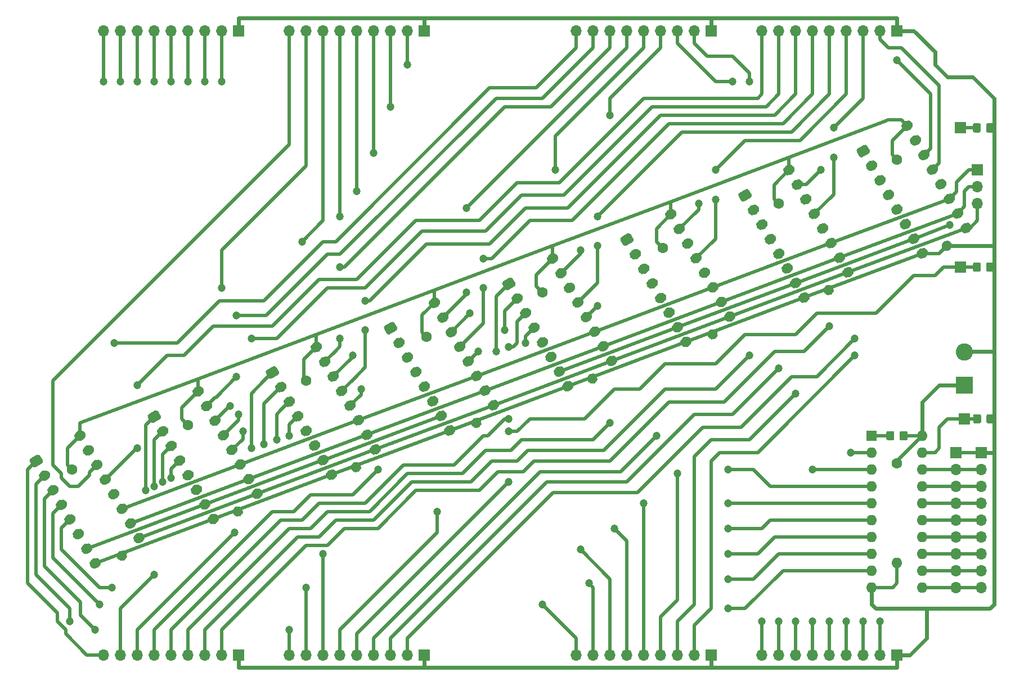
<source format=gbr>
%TF.GenerationSoftware,KiCad,Pcbnew,(5.1.8)-1*%
%TF.CreationDate,2024-07-21T13:54:42+03:00*%
%TF.ProjectId,MUX8x1-v5,4d555838-7831-42d7-9635-2e6b69636164,rev?*%
%TF.SameCoordinates,Original*%
%TF.FileFunction,Copper,L2,Bot*%
%TF.FilePolarity,Positive*%
%FSLAX46Y46*%
G04 Gerber Fmt 4.6, Leading zero omitted, Abs format (unit mm)*
G04 Created by KiCad (PCBNEW (5.1.8)-1) date 2024-07-21 13:54:42*
%MOMM*%
%LPD*%
G01*
G04 APERTURE LIST*
%TA.AperFunction,ComponentPad*%
%ADD10R,1.700000X1.700000*%
%TD*%
%TA.AperFunction,ComponentPad*%
%ADD11O,1.700000X1.700000*%
%TD*%
%TA.AperFunction,ComponentPad*%
%ADD12O,1.600000X1.600000*%
%TD*%
%TA.AperFunction,ComponentPad*%
%ADD13R,1.600000X1.600000*%
%TD*%
%TA.AperFunction,ComponentPad*%
%ADD14C,2.600000*%
%TD*%
%TA.AperFunction,ComponentPad*%
%ADD15R,2.600000X2.600000*%
%TD*%
%TA.AperFunction,ComponentPad*%
%ADD16C,1.600000*%
%TD*%
%TA.AperFunction,ViaPad*%
%ADD17C,1.200000*%
%TD*%
%TA.AperFunction,Conductor*%
%ADD18C,0.500000*%
%TD*%
%TA.AperFunction,Conductor*%
%ADD19C,0.600000*%
%TD*%
G04 APERTURE END LIST*
D10*
%TO.P,J20,1*%
%TO.N,/~EH*%
X172085000Y-68580000D03*
%TD*%
D11*
%TO.P,J11,9*%
%TO.N,/C7*%
X142240000Y-127000000D03*
%TO.P,J11,8*%
%TO.N,/C6*%
X144780000Y-127000000D03*
%TO.P,J11,7*%
%TO.N,/C5*%
X147320000Y-127000000D03*
%TO.P,J11,6*%
%TO.N,/C4*%
X149860000Y-127000000D03*
%TO.P,J11,5*%
%TO.N,/C3*%
X152400000Y-127000000D03*
%TO.P,J11,4*%
%TO.N,/C2*%
X154940000Y-127000000D03*
%TO.P,J11,3*%
%TO.N,/C1*%
X157480000Y-127000000D03*
%TO.P,J11,2*%
%TO.N,/C0*%
X160020000Y-127000000D03*
D10*
%TO.P,J11,1*%
%TO.N,GND*%
X162560000Y-127000000D03*
%TD*%
D12*
%TO.P,U9,20*%
%TO.N,VCC*%
X166370000Y-93980000D03*
%TO.P,U9,10*%
%TO.N,GND*%
X158750000Y-116840000D03*
%TO.P,U9,19*%
%TO.N,/~OE*%
X166370000Y-96520000D03*
%TO.P,U9,9*%
%TO.N,/O7*%
X158750000Y-114300000D03*
%TO.P,U9,18*%
%TO.N,/BUS0*%
X166370000Y-99060000D03*
%TO.P,U9,8*%
%TO.N,/O6*%
X158750000Y-111760000D03*
%TO.P,U9,17*%
%TO.N,/BUS1*%
X166370000Y-101600000D03*
%TO.P,U9,7*%
%TO.N,/O5*%
X158750000Y-109220000D03*
%TO.P,U9,16*%
%TO.N,/BUS2*%
X166370000Y-104140000D03*
%TO.P,U9,6*%
%TO.N,/O4*%
X158750000Y-106680000D03*
%TO.P,U9,15*%
%TO.N,/BUS3*%
X166370000Y-106680000D03*
%TO.P,U9,5*%
%TO.N,/O3*%
X158750000Y-104140000D03*
%TO.P,U9,14*%
%TO.N,/BUS4*%
X166370000Y-109220000D03*
%TO.P,U9,4*%
%TO.N,/O2*%
X158750000Y-101600000D03*
%TO.P,U9,13*%
%TO.N,/BUS5*%
X166370000Y-111760000D03*
%TO.P,U9,3*%
%TO.N,/O1*%
X158750000Y-99060000D03*
%TO.P,U9,12*%
%TO.N,/BUS6*%
X166370000Y-114300000D03*
%TO.P,U9,2*%
%TO.N,/O0*%
X158750000Y-96520000D03*
%TO.P,U9,11*%
%TO.N,/BUS7*%
X166370000Y-116840000D03*
D13*
%TO.P,U9,1*%
%TO.N,Net-(R2-Pad1)*%
X158750000Y-93980000D03*
%TD*%
%TO.P,U8,16*%
%TO.N,VCC*%
%TA.AperFunction,ComponentPad*%
G36*
G01*
X38839691Y-94430000D02*
X38839691Y-94430000D01*
G75*
G02*
X39114210Y-93405481I649519J375000D01*
G01*
X39374018Y-93255481D01*
G75*
G02*
X40398537Y-93530000I375000J-649519D01*
G01*
X40398537Y-93530000D01*
G75*
G02*
X40124018Y-94554519I-649519J-375000D01*
G01*
X39864210Y-94704519D01*
G75*
G02*
X38839691Y-94430000I-375000J649519D01*
G01*
G37*
%TD.AperFunction*%
%TO.P,U8,8*%
%TO.N,GND*%
%TA.AperFunction,ComponentPad*%
G36*
G01*
X41130577Y-113637932D02*
X41130577Y-113637932D01*
G75*
G02*
X41405096Y-112613413I649519J375000D01*
G01*
X41664904Y-112463413D01*
G75*
G02*
X42689423Y-112737932I375000J-649519D01*
G01*
X42689423Y-112737932D01*
G75*
G02*
X42414904Y-113762451I-649519J-375000D01*
G01*
X42155096Y-113912451D01*
G75*
G02*
X41130577Y-113637932I-375000J649519D01*
G01*
G37*
%TD.AperFunction*%
%TO.P,U8,15*%
%TO.N,/E7*%
%TA.AperFunction,ComponentPad*%
G36*
G01*
X40109691Y-96629705D02*
X40109691Y-96629705D01*
G75*
G02*
X40384210Y-95605186I649519J375000D01*
G01*
X40644018Y-95455186D01*
G75*
G02*
X41668537Y-95729705I375000J-649519D01*
G01*
X41668537Y-95729705D01*
G75*
G02*
X41394018Y-96754224I-649519J-375000D01*
G01*
X41134210Y-96904224D01*
G75*
G02*
X40109691Y-96629705I-375000J649519D01*
G01*
G37*
%TD.AperFunction*%
%TO.P,U8,7*%
%TO.N,/~EH*%
%TA.AperFunction,ComponentPad*%
G36*
G01*
X39860577Y-111438227D02*
X39860577Y-111438227D01*
G75*
G02*
X40135096Y-110413708I649519J375000D01*
G01*
X40394904Y-110263708D01*
G75*
G02*
X41419423Y-110538227I375000J-649519D01*
G01*
X41419423Y-110538227D01*
G75*
G02*
X41144904Y-111562746I-649519J-375000D01*
G01*
X40885096Y-111712746D01*
G75*
G02*
X39860577Y-111438227I-375000J649519D01*
G01*
G37*
%TD.AperFunction*%
%TO.P,U8,14*%
%TO.N,/F7*%
%TA.AperFunction,ComponentPad*%
G36*
G01*
X41379691Y-98829409D02*
X41379691Y-98829409D01*
G75*
G02*
X41654210Y-97804890I649519J375000D01*
G01*
X41914018Y-97654890D01*
G75*
G02*
X42938537Y-97929409I375000J-649519D01*
G01*
X42938537Y-97929409D01*
G75*
G02*
X42664018Y-98953928I-649519J-375000D01*
G01*
X42404210Y-99103928D01*
G75*
G02*
X41379691Y-98829409I-375000J649519D01*
G01*
G37*
%TD.AperFunction*%
%TO.P,U8,6*%
%TO.N,Net-(U8-Pad6)*%
%TA.AperFunction,ComponentPad*%
G36*
G01*
X38590577Y-109238523D02*
X38590577Y-109238523D01*
G75*
G02*
X38865096Y-108214004I649519J375000D01*
G01*
X39124904Y-108064004D01*
G75*
G02*
X40149423Y-108338523I375000J-649519D01*
G01*
X40149423Y-108338523D01*
G75*
G02*
X39874904Y-109363042I-649519J-375000D01*
G01*
X39615096Y-109513042D01*
G75*
G02*
X38590577Y-109238523I-375000J649519D01*
G01*
G37*
%TD.AperFunction*%
%TO.P,U8,13*%
%TO.N,/G7*%
%TA.AperFunction,ComponentPad*%
G36*
G01*
X42649691Y-101029114D02*
X42649691Y-101029114D01*
G75*
G02*
X42924210Y-100004595I649519J375000D01*
G01*
X43184018Y-99854595D01*
G75*
G02*
X44208537Y-100129114I375000J-649519D01*
G01*
X44208537Y-100129114D01*
G75*
G02*
X43934018Y-101153633I-649519J-375000D01*
G01*
X43674210Y-101303633D01*
G75*
G02*
X42649691Y-101029114I-375000J649519D01*
G01*
G37*
%TD.AperFunction*%
%TO.P,U8,5*%
%TO.N,/O7*%
%TA.AperFunction,ComponentPad*%
G36*
G01*
X37320577Y-107038818D02*
X37320577Y-107038818D01*
G75*
G02*
X37595096Y-106014299I649519J375000D01*
G01*
X37854904Y-105864299D01*
G75*
G02*
X38879423Y-106138818I375000J-649519D01*
G01*
X38879423Y-106138818D01*
G75*
G02*
X38604904Y-107163337I-649519J-375000D01*
G01*
X38345096Y-107313337D01*
G75*
G02*
X37320577Y-107038818I-375000J649519D01*
G01*
G37*
%TD.AperFunction*%
%TO.P,U8,12*%
%TO.N,/H7*%
%TA.AperFunction,ComponentPad*%
G36*
G01*
X43919691Y-103228818D02*
X43919691Y-103228818D01*
G75*
G02*
X44194210Y-102204299I649519J375000D01*
G01*
X44454018Y-102054299D01*
G75*
G02*
X45478537Y-102328818I375000J-649519D01*
G01*
X45478537Y-102328818D01*
G75*
G02*
X45204018Y-103353337I-649519J-375000D01*
G01*
X44944210Y-103503337D01*
G75*
G02*
X43919691Y-103228818I-375000J649519D01*
G01*
G37*
%TD.AperFunction*%
%TO.P,U8,4*%
%TO.N,/A7*%
%TA.AperFunction,ComponentPad*%
G36*
G01*
X36050577Y-104839114D02*
X36050577Y-104839114D01*
G75*
G02*
X36325096Y-103814595I649519J375000D01*
G01*
X36584904Y-103664595D01*
G75*
G02*
X37609423Y-103939114I375000J-649519D01*
G01*
X37609423Y-103939114D01*
G75*
G02*
X37334904Y-104963633I-649519J-375000D01*
G01*
X37075096Y-105113633D01*
G75*
G02*
X36050577Y-104839114I-375000J649519D01*
G01*
G37*
%TD.AperFunction*%
%TO.P,U8,11*%
%TO.N,/S0*%
%TA.AperFunction,ComponentPad*%
G36*
G01*
X45189691Y-105428523D02*
X45189691Y-105428523D01*
G75*
G02*
X45464210Y-104404004I649519J375000D01*
G01*
X45724018Y-104254004D01*
G75*
G02*
X46748537Y-104528523I375000J-649519D01*
G01*
X46748537Y-104528523D01*
G75*
G02*
X46474018Y-105553042I-649519J-375000D01*
G01*
X46214210Y-105703042D01*
G75*
G02*
X45189691Y-105428523I-375000J649519D01*
G01*
G37*
%TD.AperFunction*%
%TO.P,U8,3*%
%TO.N,/B7*%
%TA.AperFunction,ComponentPad*%
G36*
G01*
X34780577Y-102639409D02*
X34780577Y-102639409D01*
G75*
G02*
X35055096Y-101614890I649519J375000D01*
G01*
X35314904Y-101464890D01*
G75*
G02*
X36339423Y-101739409I375000J-649519D01*
G01*
X36339423Y-101739409D01*
G75*
G02*
X36064904Y-102763928I-649519J-375000D01*
G01*
X35805096Y-102913928D01*
G75*
G02*
X34780577Y-102639409I-375000J649519D01*
G01*
G37*
%TD.AperFunction*%
%TO.P,U8,10*%
%TO.N,/S1*%
%TA.AperFunction,ComponentPad*%
G36*
G01*
X46459691Y-107628227D02*
X46459691Y-107628227D01*
G75*
G02*
X46734210Y-106603708I649519J375000D01*
G01*
X46994018Y-106453708D01*
G75*
G02*
X48018537Y-106728227I375000J-649519D01*
G01*
X48018537Y-106728227D01*
G75*
G02*
X47744018Y-107752746I-649519J-375000D01*
G01*
X47484210Y-107902746D01*
G75*
G02*
X46459691Y-107628227I-375000J649519D01*
G01*
G37*
%TD.AperFunction*%
%TO.P,U8,2*%
%TO.N,/C7*%
%TA.AperFunction,ComponentPad*%
G36*
G01*
X33510577Y-100439705D02*
X33510577Y-100439705D01*
G75*
G02*
X33785096Y-99415186I649519J375000D01*
G01*
X34044904Y-99265186D01*
G75*
G02*
X35069423Y-99539705I375000J-649519D01*
G01*
X35069423Y-99539705D01*
G75*
G02*
X34794904Y-100564224I-649519J-375000D01*
G01*
X34535096Y-100714224D01*
G75*
G02*
X33510577Y-100439705I-375000J649519D01*
G01*
G37*
%TD.AperFunction*%
%TO.P,U8,9*%
%TO.N,/S2*%
%TA.AperFunction,ComponentPad*%
G36*
G01*
X47729691Y-109827932D02*
X47729691Y-109827932D01*
G75*
G02*
X48004210Y-108803413I649519J375000D01*
G01*
X48264018Y-108653413D01*
G75*
G02*
X49288537Y-108927932I375000J-649519D01*
G01*
X49288537Y-108927932D01*
G75*
G02*
X49014018Y-109952451I-649519J-375000D01*
G01*
X48754210Y-110102451D01*
G75*
G02*
X47729691Y-109827932I-375000J649519D01*
G01*
G37*
%TD.AperFunction*%
%TO.P,U8,1*%
%TO.N,/D7*%
%TA.AperFunction,ComponentPad*%
G36*
G01*
X32428077Y-98564760D02*
X32053077Y-97915240D01*
G75*
G02*
X32190337Y-97402980I324760J187500D01*
G01*
X33099663Y-96877980D01*
G75*
G02*
X33611923Y-97015240I187500J-324760D01*
G01*
X33986923Y-97664760D01*
G75*
G02*
X33849663Y-98177020I-324760J-187500D01*
G01*
X32940337Y-98702020D01*
G75*
G02*
X32428077Y-98564760I-187500J324760D01*
G01*
G37*
%TD.AperFunction*%
%TD*%
%TO.P,U7,16*%
%TO.N,VCC*%
%TA.AperFunction,ComponentPad*%
G36*
G01*
X56619691Y-87762500D02*
X56619691Y-87762500D01*
G75*
G02*
X56894210Y-86737981I649519J375000D01*
G01*
X57154018Y-86587981D01*
G75*
G02*
X58178537Y-86862500I375000J-649519D01*
G01*
X58178537Y-86862500D01*
G75*
G02*
X57904018Y-87887019I-649519J-375000D01*
G01*
X57644210Y-88037019D01*
G75*
G02*
X56619691Y-87762500I-375000J649519D01*
G01*
G37*
%TD.AperFunction*%
%TO.P,U7,8*%
%TO.N,GND*%
%TA.AperFunction,ComponentPad*%
G36*
G01*
X58910577Y-106970432D02*
X58910577Y-106970432D01*
G75*
G02*
X59185096Y-105945913I649519J375000D01*
G01*
X59444904Y-105795913D01*
G75*
G02*
X60469423Y-106070432I375000J-649519D01*
G01*
X60469423Y-106070432D01*
G75*
G02*
X60194904Y-107094951I-649519J-375000D01*
G01*
X59935096Y-107244951D01*
G75*
G02*
X58910577Y-106970432I-375000J649519D01*
G01*
G37*
%TD.AperFunction*%
%TO.P,U7,15*%
%TO.N,/E6*%
%TA.AperFunction,ComponentPad*%
G36*
G01*
X57889691Y-89962205D02*
X57889691Y-89962205D01*
G75*
G02*
X58164210Y-88937686I649519J375000D01*
G01*
X58424018Y-88787686D01*
G75*
G02*
X59448537Y-89062205I375000J-649519D01*
G01*
X59448537Y-89062205D01*
G75*
G02*
X59174018Y-90086724I-649519J-375000D01*
G01*
X58914210Y-90236724D01*
G75*
G02*
X57889691Y-89962205I-375000J649519D01*
G01*
G37*
%TD.AperFunction*%
%TO.P,U7,7*%
%TO.N,/~EH*%
%TA.AperFunction,ComponentPad*%
G36*
G01*
X57640577Y-104770727D02*
X57640577Y-104770727D01*
G75*
G02*
X57915096Y-103746208I649519J375000D01*
G01*
X58174904Y-103596208D01*
G75*
G02*
X59199423Y-103870727I375000J-649519D01*
G01*
X59199423Y-103870727D01*
G75*
G02*
X58924904Y-104895246I-649519J-375000D01*
G01*
X58665096Y-105045246D01*
G75*
G02*
X57640577Y-104770727I-375000J649519D01*
G01*
G37*
%TD.AperFunction*%
%TO.P,U7,14*%
%TO.N,/F6*%
%TA.AperFunction,ComponentPad*%
G36*
G01*
X59159691Y-92161909D02*
X59159691Y-92161909D01*
G75*
G02*
X59434210Y-91137390I649519J375000D01*
G01*
X59694018Y-90987390D01*
G75*
G02*
X60718537Y-91261909I375000J-649519D01*
G01*
X60718537Y-91261909D01*
G75*
G02*
X60444018Y-92286428I-649519J-375000D01*
G01*
X60184210Y-92436428D01*
G75*
G02*
X59159691Y-92161909I-375000J649519D01*
G01*
G37*
%TD.AperFunction*%
%TO.P,U7,6*%
%TO.N,Net-(U7-Pad6)*%
%TA.AperFunction,ComponentPad*%
G36*
G01*
X56370577Y-102571023D02*
X56370577Y-102571023D01*
G75*
G02*
X56645096Y-101546504I649519J375000D01*
G01*
X56904904Y-101396504D01*
G75*
G02*
X57929423Y-101671023I375000J-649519D01*
G01*
X57929423Y-101671023D01*
G75*
G02*
X57654904Y-102695542I-649519J-375000D01*
G01*
X57395096Y-102845542D01*
G75*
G02*
X56370577Y-102571023I-375000J649519D01*
G01*
G37*
%TD.AperFunction*%
%TO.P,U7,13*%
%TO.N,/G6*%
%TA.AperFunction,ComponentPad*%
G36*
G01*
X60429691Y-94361614D02*
X60429691Y-94361614D01*
G75*
G02*
X60704210Y-93337095I649519J375000D01*
G01*
X60964018Y-93187095D01*
G75*
G02*
X61988537Y-93461614I375000J-649519D01*
G01*
X61988537Y-93461614D01*
G75*
G02*
X61714018Y-94486133I-649519J-375000D01*
G01*
X61454210Y-94636133D01*
G75*
G02*
X60429691Y-94361614I-375000J649519D01*
G01*
G37*
%TD.AperFunction*%
%TO.P,U7,5*%
%TO.N,/O6*%
%TA.AperFunction,ComponentPad*%
G36*
G01*
X55100577Y-100371318D02*
X55100577Y-100371318D01*
G75*
G02*
X55375096Y-99346799I649519J375000D01*
G01*
X55634904Y-99196799D01*
G75*
G02*
X56659423Y-99471318I375000J-649519D01*
G01*
X56659423Y-99471318D01*
G75*
G02*
X56384904Y-100495837I-649519J-375000D01*
G01*
X56125096Y-100645837D01*
G75*
G02*
X55100577Y-100371318I-375000J649519D01*
G01*
G37*
%TD.AperFunction*%
%TO.P,U7,12*%
%TO.N,/H6*%
%TA.AperFunction,ComponentPad*%
G36*
G01*
X61699691Y-96561318D02*
X61699691Y-96561318D01*
G75*
G02*
X61974210Y-95536799I649519J375000D01*
G01*
X62234018Y-95386799D01*
G75*
G02*
X63258537Y-95661318I375000J-649519D01*
G01*
X63258537Y-95661318D01*
G75*
G02*
X62984018Y-96685837I-649519J-375000D01*
G01*
X62724210Y-96835837D01*
G75*
G02*
X61699691Y-96561318I-375000J649519D01*
G01*
G37*
%TD.AperFunction*%
%TO.P,U7,4*%
%TO.N,/A6*%
%TA.AperFunction,ComponentPad*%
G36*
G01*
X53830577Y-98171614D02*
X53830577Y-98171614D01*
G75*
G02*
X54105096Y-97147095I649519J375000D01*
G01*
X54364904Y-96997095D01*
G75*
G02*
X55389423Y-97271614I375000J-649519D01*
G01*
X55389423Y-97271614D01*
G75*
G02*
X55114904Y-98296133I-649519J-375000D01*
G01*
X54855096Y-98446133D01*
G75*
G02*
X53830577Y-98171614I-375000J649519D01*
G01*
G37*
%TD.AperFunction*%
%TO.P,U7,11*%
%TO.N,/S0*%
%TA.AperFunction,ComponentPad*%
G36*
G01*
X62969691Y-98761023D02*
X62969691Y-98761023D01*
G75*
G02*
X63244210Y-97736504I649519J375000D01*
G01*
X63504018Y-97586504D01*
G75*
G02*
X64528537Y-97861023I375000J-649519D01*
G01*
X64528537Y-97861023D01*
G75*
G02*
X64254018Y-98885542I-649519J-375000D01*
G01*
X63994210Y-99035542D01*
G75*
G02*
X62969691Y-98761023I-375000J649519D01*
G01*
G37*
%TD.AperFunction*%
%TO.P,U7,3*%
%TO.N,/B6*%
%TA.AperFunction,ComponentPad*%
G36*
G01*
X52560577Y-95971909D02*
X52560577Y-95971909D01*
G75*
G02*
X52835096Y-94947390I649519J375000D01*
G01*
X53094904Y-94797390D01*
G75*
G02*
X54119423Y-95071909I375000J-649519D01*
G01*
X54119423Y-95071909D01*
G75*
G02*
X53844904Y-96096428I-649519J-375000D01*
G01*
X53585096Y-96246428D01*
G75*
G02*
X52560577Y-95971909I-375000J649519D01*
G01*
G37*
%TD.AperFunction*%
%TO.P,U7,10*%
%TO.N,/S1*%
%TA.AperFunction,ComponentPad*%
G36*
G01*
X64239691Y-100960727D02*
X64239691Y-100960727D01*
G75*
G02*
X64514210Y-99936208I649519J375000D01*
G01*
X64774018Y-99786208D01*
G75*
G02*
X65798537Y-100060727I375000J-649519D01*
G01*
X65798537Y-100060727D01*
G75*
G02*
X65524018Y-101085246I-649519J-375000D01*
G01*
X65264210Y-101235246D01*
G75*
G02*
X64239691Y-100960727I-375000J649519D01*
G01*
G37*
%TD.AperFunction*%
%TO.P,U7,2*%
%TO.N,/C6*%
%TA.AperFunction,ComponentPad*%
G36*
G01*
X51290577Y-93772205D02*
X51290577Y-93772205D01*
G75*
G02*
X51565096Y-92747686I649519J375000D01*
G01*
X51824904Y-92597686D01*
G75*
G02*
X52849423Y-92872205I375000J-649519D01*
G01*
X52849423Y-92872205D01*
G75*
G02*
X52574904Y-93896724I-649519J-375000D01*
G01*
X52315096Y-94046724D01*
G75*
G02*
X51290577Y-93772205I-375000J649519D01*
G01*
G37*
%TD.AperFunction*%
%TO.P,U7,9*%
%TO.N,/S2*%
%TA.AperFunction,ComponentPad*%
G36*
G01*
X65509691Y-103160432D02*
X65509691Y-103160432D01*
G75*
G02*
X65784210Y-102135913I649519J375000D01*
G01*
X66044018Y-101985913D01*
G75*
G02*
X67068537Y-102260432I375000J-649519D01*
G01*
X67068537Y-102260432D01*
G75*
G02*
X66794018Y-103284951I-649519J-375000D01*
G01*
X66534210Y-103434951D01*
G75*
G02*
X65509691Y-103160432I-375000J649519D01*
G01*
G37*
%TD.AperFunction*%
%TO.P,U7,1*%
%TO.N,/D6*%
%TA.AperFunction,ComponentPad*%
G36*
G01*
X50208077Y-91897260D02*
X49833077Y-91247740D01*
G75*
G02*
X49970337Y-90735480I324760J187500D01*
G01*
X50879663Y-90210480D01*
G75*
G02*
X51391923Y-90347740I187500J-324760D01*
G01*
X51766923Y-90997260D01*
G75*
G02*
X51629663Y-91509520I-324760J-187500D01*
G01*
X50720337Y-92034520D01*
G75*
G02*
X50208077Y-91897260I-187500J324760D01*
G01*
G37*
%TD.AperFunction*%
%TD*%
%TO.P,U6,16*%
%TO.N,VCC*%
%TA.AperFunction,ComponentPad*%
G36*
G01*
X74399691Y-81095000D02*
X74399691Y-81095000D01*
G75*
G02*
X74674210Y-80070481I649519J375000D01*
G01*
X74934018Y-79920481D01*
G75*
G02*
X75958537Y-80195000I375000J-649519D01*
G01*
X75958537Y-80195000D01*
G75*
G02*
X75684018Y-81219519I-649519J-375000D01*
G01*
X75424210Y-81369519D01*
G75*
G02*
X74399691Y-81095000I-375000J649519D01*
G01*
G37*
%TD.AperFunction*%
%TO.P,U6,8*%
%TO.N,GND*%
%TA.AperFunction,ComponentPad*%
G36*
G01*
X76690577Y-100302932D02*
X76690577Y-100302932D01*
G75*
G02*
X76965096Y-99278413I649519J375000D01*
G01*
X77224904Y-99128413D01*
G75*
G02*
X78249423Y-99402932I375000J-649519D01*
G01*
X78249423Y-99402932D01*
G75*
G02*
X77974904Y-100427451I-649519J-375000D01*
G01*
X77715096Y-100577451D01*
G75*
G02*
X76690577Y-100302932I-375000J649519D01*
G01*
G37*
%TD.AperFunction*%
%TO.P,U6,15*%
%TO.N,/E5*%
%TA.AperFunction,ComponentPad*%
G36*
G01*
X75669691Y-83294705D02*
X75669691Y-83294705D01*
G75*
G02*
X75944210Y-82270186I649519J375000D01*
G01*
X76204018Y-82120186D01*
G75*
G02*
X77228537Y-82394705I375000J-649519D01*
G01*
X77228537Y-82394705D01*
G75*
G02*
X76954018Y-83419224I-649519J-375000D01*
G01*
X76694210Y-83569224D01*
G75*
G02*
X75669691Y-83294705I-375000J649519D01*
G01*
G37*
%TD.AperFunction*%
%TO.P,U6,7*%
%TO.N,/~EH*%
%TA.AperFunction,ComponentPad*%
G36*
G01*
X75420577Y-98103227D02*
X75420577Y-98103227D01*
G75*
G02*
X75695096Y-97078708I649519J375000D01*
G01*
X75954904Y-96928708D01*
G75*
G02*
X76979423Y-97203227I375000J-649519D01*
G01*
X76979423Y-97203227D01*
G75*
G02*
X76704904Y-98227746I-649519J-375000D01*
G01*
X76445096Y-98377746D01*
G75*
G02*
X75420577Y-98103227I-375000J649519D01*
G01*
G37*
%TD.AperFunction*%
%TO.P,U6,14*%
%TO.N,/F5*%
%TA.AperFunction,ComponentPad*%
G36*
G01*
X76939691Y-85494409D02*
X76939691Y-85494409D01*
G75*
G02*
X77214210Y-84469890I649519J375000D01*
G01*
X77474018Y-84319890D01*
G75*
G02*
X78498537Y-84594409I375000J-649519D01*
G01*
X78498537Y-84594409D01*
G75*
G02*
X78224018Y-85618928I-649519J-375000D01*
G01*
X77964210Y-85768928D01*
G75*
G02*
X76939691Y-85494409I-375000J649519D01*
G01*
G37*
%TD.AperFunction*%
%TO.P,U6,6*%
%TO.N,Net-(U6-Pad6)*%
%TA.AperFunction,ComponentPad*%
G36*
G01*
X74150577Y-95903523D02*
X74150577Y-95903523D01*
G75*
G02*
X74425096Y-94879004I649519J375000D01*
G01*
X74684904Y-94729004D01*
G75*
G02*
X75709423Y-95003523I375000J-649519D01*
G01*
X75709423Y-95003523D01*
G75*
G02*
X75434904Y-96028042I-649519J-375000D01*
G01*
X75175096Y-96178042D01*
G75*
G02*
X74150577Y-95903523I-375000J649519D01*
G01*
G37*
%TD.AperFunction*%
%TO.P,U6,13*%
%TO.N,/G5*%
%TA.AperFunction,ComponentPad*%
G36*
G01*
X78209691Y-87694114D02*
X78209691Y-87694114D01*
G75*
G02*
X78484210Y-86669595I649519J375000D01*
G01*
X78744018Y-86519595D01*
G75*
G02*
X79768537Y-86794114I375000J-649519D01*
G01*
X79768537Y-86794114D01*
G75*
G02*
X79494018Y-87818633I-649519J-375000D01*
G01*
X79234210Y-87968633D01*
G75*
G02*
X78209691Y-87694114I-375000J649519D01*
G01*
G37*
%TD.AperFunction*%
%TO.P,U6,5*%
%TO.N,/O5*%
%TA.AperFunction,ComponentPad*%
G36*
G01*
X72880577Y-93703818D02*
X72880577Y-93703818D01*
G75*
G02*
X73155096Y-92679299I649519J375000D01*
G01*
X73414904Y-92529299D01*
G75*
G02*
X74439423Y-92803818I375000J-649519D01*
G01*
X74439423Y-92803818D01*
G75*
G02*
X74164904Y-93828337I-649519J-375000D01*
G01*
X73905096Y-93978337D01*
G75*
G02*
X72880577Y-93703818I-375000J649519D01*
G01*
G37*
%TD.AperFunction*%
%TO.P,U6,12*%
%TO.N,/H5*%
%TA.AperFunction,ComponentPad*%
G36*
G01*
X79479691Y-89893818D02*
X79479691Y-89893818D01*
G75*
G02*
X79754210Y-88869299I649519J375000D01*
G01*
X80014018Y-88719299D01*
G75*
G02*
X81038537Y-88993818I375000J-649519D01*
G01*
X81038537Y-88993818D01*
G75*
G02*
X80764018Y-90018337I-649519J-375000D01*
G01*
X80504210Y-90168337D01*
G75*
G02*
X79479691Y-89893818I-375000J649519D01*
G01*
G37*
%TD.AperFunction*%
%TO.P,U6,4*%
%TO.N,/A5*%
%TA.AperFunction,ComponentPad*%
G36*
G01*
X71610577Y-91504114D02*
X71610577Y-91504114D01*
G75*
G02*
X71885096Y-90479595I649519J375000D01*
G01*
X72144904Y-90329595D01*
G75*
G02*
X73169423Y-90604114I375000J-649519D01*
G01*
X73169423Y-90604114D01*
G75*
G02*
X72894904Y-91628633I-649519J-375000D01*
G01*
X72635096Y-91778633D01*
G75*
G02*
X71610577Y-91504114I-375000J649519D01*
G01*
G37*
%TD.AperFunction*%
%TO.P,U6,11*%
%TO.N,/S0*%
%TA.AperFunction,ComponentPad*%
G36*
G01*
X80749691Y-92093523D02*
X80749691Y-92093523D01*
G75*
G02*
X81024210Y-91069004I649519J375000D01*
G01*
X81284018Y-90919004D01*
G75*
G02*
X82308537Y-91193523I375000J-649519D01*
G01*
X82308537Y-91193523D01*
G75*
G02*
X82034018Y-92218042I-649519J-375000D01*
G01*
X81774210Y-92368042D01*
G75*
G02*
X80749691Y-92093523I-375000J649519D01*
G01*
G37*
%TD.AperFunction*%
%TO.P,U6,3*%
%TO.N,/B5*%
%TA.AperFunction,ComponentPad*%
G36*
G01*
X70340577Y-89304409D02*
X70340577Y-89304409D01*
G75*
G02*
X70615096Y-88279890I649519J375000D01*
G01*
X70874904Y-88129890D01*
G75*
G02*
X71899423Y-88404409I375000J-649519D01*
G01*
X71899423Y-88404409D01*
G75*
G02*
X71624904Y-89428928I-649519J-375000D01*
G01*
X71365096Y-89578928D01*
G75*
G02*
X70340577Y-89304409I-375000J649519D01*
G01*
G37*
%TD.AperFunction*%
%TO.P,U6,10*%
%TO.N,/S1*%
%TA.AperFunction,ComponentPad*%
G36*
G01*
X82019691Y-94293227D02*
X82019691Y-94293227D01*
G75*
G02*
X82294210Y-93268708I649519J375000D01*
G01*
X82554018Y-93118708D01*
G75*
G02*
X83578537Y-93393227I375000J-649519D01*
G01*
X83578537Y-93393227D01*
G75*
G02*
X83304018Y-94417746I-649519J-375000D01*
G01*
X83044210Y-94567746D01*
G75*
G02*
X82019691Y-94293227I-375000J649519D01*
G01*
G37*
%TD.AperFunction*%
%TO.P,U6,2*%
%TO.N,/C5*%
%TA.AperFunction,ComponentPad*%
G36*
G01*
X69070577Y-87104705D02*
X69070577Y-87104705D01*
G75*
G02*
X69345096Y-86080186I649519J375000D01*
G01*
X69604904Y-85930186D01*
G75*
G02*
X70629423Y-86204705I375000J-649519D01*
G01*
X70629423Y-86204705D01*
G75*
G02*
X70354904Y-87229224I-649519J-375000D01*
G01*
X70095096Y-87379224D01*
G75*
G02*
X69070577Y-87104705I-375000J649519D01*
G01*
G37*
%TD.AperFunction*%
%TO.P,U6,9*%
%TO.N,/S2*%
%TA.AperFunction,ComponentPad*%
G36*
G01*
X83289691Y-96492932D02*
X83289691Y-96492932D01*
G75*
G02*
X83564210Y-95468413I649519J375000D01*
G01*
X83824018Y-95318413D01*
G75*
G02*
X84848537Y-95592932I375000J-649519D01*
G01*
X84848537Y-95592932D01*
G75*
G02*
X84574018Y-96617451I-649519J-375000D01*
G01*
X84314210Y-96767451D01*
G75*
G02*
X83289691Y-96492932I-375000J649519D01*
G01*
G37*
%TD.AperFunction*%
%TO.P,U6,1*%
%TO.N,/D5*%
%TA.AperFunction,ComponentPad*%
G36*
G01*
X67988077Y-85229760D02*
X67613077Y-84580240D01*
G75*
G02*
X67750337Y-84067980I324760J187500D01*
G01*
X68659663Y-83542980D01*
G75*
G02*
X69171923Y-83680240I187500J-324760D01*
G01*
X69546923Y-84329760D01*
G75*
G02*
X69409663Y-84842020I-324760J-187500D01*
G01*
X68500337Y-85367020D01*
G75*
G02*
X67988077Y-85229760I-187500J324760D01*
G01*
G37*
%TD.AperFunction*%
%TD*%
%TO.P,U5,16*%
%TO.N,VCC*%
%TA.AperFunction,ComponentPad*%
G36*
G01*
X92179691Y-74427500D02*
X92179691Y-74427500D01*
G75*
G02*
X92454210Y-73402981I649519J375000D01*
G01*
X92714018Y-73252981D01*
G75*
G02*
X93738537Y-73527500I375000J-649519D01*
G01*
X93738537Y-73527500D01*
G75*
G02*
X93464018Y-74552019I-649519J-375000D01*
G01*
X93204210Y-74702019D01*
G75*
G02*
X92179691Y-74427500I-375000J649519D01*
G01*
G37*
%TD.AperFunction*%
%TO.P,U5,8*%
%TO.N,GND*%
%TA.AperFunction,ComponentPad*%
G36*
G01*
X94470577Y-93635432D02*
X94470577Y-93635432D01*
G75*
G02*
X94745096Y-92610913I649519J375000D01*
G01*
X95004904Y-92460913D01*
G75*
G02*
X96029423Y-92735432I375000J-649519D01*
G01*
X96029423Y-92735432D01*
G75*
G02*
X95754904Y-93759951I-649519J-375000D01*
G01*
X95495096Y-93909951D01*
G75*
G02*
X94470577Y-93635432I-375000J649519D01*
G01*
G37*
%TD.AperFunction*%
%TO.P,U5,15*%
%TO.N,/E4*%
%TA.AperFunction,ComponentPad*%
G36*
G01*
X93449691Y-76627205D02*
X93449691Y-76627205D01*
G75*
G02*
X93724210Y-75602686I649519J375000D01*
G01*
X93984018Y-75452686D01*
G75*
G02*
X95008537Y-75727205I375000J-649519D01*
G01*
X95008537Y-75727205D01*
G75*
G02*
X94734018Y-76751724I-649519J-375000D01*
G01*
X94474210Y-76901724D01*
G75*
G02*
X93449691Y-76627205I-375000J649519D01*
G01*
G37*
%TD.AperFunction*%
%TO.P,U5,7*%
%TO.N,/~EH*%
%TA.AperFunction,ComponentPad*%
G36*
G01*
X93200577Y-91435727D02*
X93200577Y-91435727D01*
G75*
G02*
X93475096Y-90411208I649519J375000D01*
G01*
X93734904Y-90261208D01*
G75*
G02*
X94759423Y-90535727I375000J-649519D01*
G01*
X94759423Y-90535727D01*
G75*
G02*
X94484904Y-91560246I-649519J-375000D01*
G01*
X94225096Y-91710246D01*
G75*
G02*
X93200577Y-91435727I-375000J649519D01*
G01*
G37*
%TD.AperFunction*%
%TO.P,U5,14*%
%TO.N,/F4*%
%TA.AperFunction,ComponentPad*%
G36*
G01*
X94719691Y-78826909D02*
X94719691Y-78826909D01*
G75*
G02*
X94994210Y-77802390I649519J375000D01*
G01*
X95254018Y-77652390D01*
G75*
G02*
X96278537Y-77926909I375000J-649519D01*
G01*
X96278537Y-77926909D01*
G75*
G02*
X96004018Y-78951428I-649519J-375000D01*
G01*
X95744210Y-79101428D01*
G75*
G02*
X94719691Y-78826909I-375000J649519D01*
G01*
G37*
%TD.AperFunction*%
%TO.P,U5,6*%
%TO.N,Net-(U5-Pad6)*%
%TA.AperFunction,ComponentPad*%
G36*
G01*
X91930577Y-89236023D02*
X91930577Y-89236023D01*
G75*
G02*
X92205096Y-88211504I649519J375000D01*
G01*
X92464904Y-88061504D01*
G75*
G02*
X93489423Y-88336023I375000J-649519D01*
G01*
X93489423Y-88336023D01*
G75*
G02*
X93214904Y-89360542I-649519J-375000D01*
G01*
X92955096Y-89510542D01*
G75*
G02*
X91930577Y-89236023I-375000J649519D01*
G01*
G37*
%TD.AperFunction*%
%TO.P,U5,13*%
%TO.N,/G4*%
%TA.AperFunction,ComponentPad*%
G36*
G01*
X95989691Y-81026614D02*
X95989691Y-81026614D01*
G75*
G02*
X96264210Y-80002095I649519J375000D01*
G01*
X96524018Y-79852095D01*
G75*
G02*
X97548537Y-80126614I375000J-649519D01*
G01*
X97548537Y-80126614D01*
G75*
G02*
X97274018Y-81151133I-649519J-375000D01*
G01*
X97014210Y-81301133D01*
G75*
G02*
X95989691Y-81026614I-375000J649519D01*
G01*
G37*
%TD.AperFunction*%
%TO.P,U5,5*%
%TO.N,/O4*%
%TA.AperFunction,ComponentPad*%
G36*
G01*
X90660577Y-87036318D02*
X90660577Y-87036318D01*
G75*
G02*
X90935096Y-86011799I649519J375000D01*
G01*
X91194904Y-85861799D01*
G75*
G02*
X92219423Y-86136318I375000J-649519D01*
G01*
X92219423Y-86136318D01*
G75*
G02*
X91944904Y-87160837I-649519J-375000D01*
G01*
X91685096Y-87310837D01*
G75*
G02*
X90660577Y-87036318I-375000J649519D01*
G01*
G37*
%TD.AperFunction*%
%TO.P,U5,12*%
%TO.N,/H4*%
%TA.AperFunction,ComponentPad*%
G36*
G01*
X97259691Y-83226318D02*
X97259691Y-83226318D01*
G75*
G02*
X97534210Y-82201799I649519J375000D01*
G01*
X97794018Y-82051799D01*
G75*
G02*
X98818537Y-82326318I375000J-649519D01*
G01*
X98818537Y-82326318D01*
G75*
G02*
X98544018Y-83350837I-649519J-375000D01*
G01*
X98284210Y-83500837D01*
G75*
G02*
X97259691Y-83226318I-375000J649519D01*
G01*
G37*
%TD.AperFunction*%
%TO.P,U5,4*%
%TO.N,/A4*%
%TA.AperFunction,ComponentPad*%
G36*
G01*
X89390577Y-84836614D02*
X89390577Y-84836614D01*
G75*
G02*
X89665096Y-83812095I649519J375000D01*
G01*
X89924904Y-83662095D01*
G75*
G02*
X90949423Y-83936614I375000J-649519D01*
G01*
X90949423Y-83936614D01*
G75*
G02*
X90674904Y-84961133I-649519J-375000D01*
G01*
X90415096Y-85111133D01*
G75*
G02*
X89390577Y-84836614I-375000J649519D01*
G01*
G37*
%TD.AperFunction*%
%TO.P,U5,11*%
%TO.N,/S0*%
%TA.AperFunction,ComponentPad*%
G36*
G01*
X98529691Y-85426023D02*
X98529691Y-85426023D01*
G75*
G02*
X98804210Y-84401504I649519J375000D01*
G01*
X99064018Y-84251504D01*
G75*
G02*
X100088537Y-84526023I375000J-649519D01*
G01*
X100088537Y-84526023D01*
G75*
G02*
X99814018Y-85550542I-649519J-375000D01*
G01*
X99554210Y-85700542D01*
G75*
G02*
X98529691Y-85426023I-375000J649519D01*
G01*
G37*
%TD.AperFunction*%
%TO.P,U5,3*%
%TO.N,/B4*%
%TA.AperFunction,ComponentPad*%
G36*
G01*
X88120577Y-82636909D02*
X88120577Y-82636909D01*
G75*
G02*
X88395096Y-81612390I649519J375000D01*
G01*
X88654904Y-81462390D01*
G75*
G02*
X89679423Y-81736909I375000J-649519D01*
G01*
X89679423Y-81736909D01*
G75*
G02*
X89404904Y-82761428I-649519J-375000D01*
G01*
X89145096Y-82911428D01*
G75*
G02*
X88120577Y-82636909I-375000J649519D01*
G01*
G37*
%TD.AperFunction*%
%TO.P,U5,10*%
%TO.N,/S1*%
%TA.AperFunction,ComponentPad*%
G36*
G01*
X99799691Y-87625727D02*
X99799691Y-87625727D01*
G75*
G02*
X100074210Y-86601208I649519J375000D01*
G01*
X100334018Y-86451208D01*
G75*
G02*
X101358537Y-86725727I375000J-649519D01*
G01*
X101358537Y-86725727D01*
G75*
G02*
X101084018Y-87750246I-649519J-375000D01*
G01*
X100824210Y-87900246D01*
G75*
G02*
X99799691Y-87625727I-375000J649519D01*
G01*
G37*
%TD.AperFunction*%
%TO.P,U5,2*%
%TO.N,/C4*%
%TA.AperFunction,ComponentPad*%
G36*
G01*
X86850577Y-80437205D02*
X86850577Y-80437205D01*
G75*
G02*
X87125096Y-79412686I649519J375000D01*
G01*
X87384904Y-79262686D01*
G75*
G02*
X88409423Y-79537205I375000J-649519D01*
G01*
X88409423Y-79537205D01*
G75*
G02*
X88134904Y-80561724I-649519J-375000D01*
G01*
X87875096Y-80711724D01*
G75*
G02*
X86850577Y-80437205I-375000J649519D01*
G01*
G37*
%TD.AperFunction*%
%TO.P,U5,9*%
%TO.N,/S2*%
%TA.AperFunction,ComponentPad*%
G36*
G01*
X101069691Y-89825432D02*
X101069691Y-89825432D01*
G75*
G02*
X101344210Y-88800913I649519J375000D01*
G01*
X101604018Y-88650913D01*
G75*
G02*
X102628537Y-88925432I375000J-649519D01*
G01*
X102628537Y-88925432D01*
G75*
G02*
X102354018Y-89949951I-649519J-375000D01*
G01*
X102094210Y-90099951D01*
G75*
G02*
X101069691Y-89825432I-375000J649519D01*
G01*
G37*
%TD.AperFunction*%
%TO.P,U5,1*%
%TO.N,/D4*%
%TA.AperFunction,ComponentPad*%
G36*
G01*
X85768077Y-78562260D02*
X85393077Y-77912740D01*
G75*
G02*
X85530337Y-77400480I324760J187500D01*
G01*
X86439663Y-76875480D01*
G75*
G02*
X86951923Y-77012740I187500J-324760D01*
G01*
X87326923Y-77662260D01*
G75*
G02*
X87189663Y-78174520I-324760J-187500D01*
G01*
X86280337Y-78699520D01*
G75*
G02*
X85768077Y-78562260I-187500J324760D01*
G01*
G37*
%TD.AperFunction*%
%TD*%
%TO.P,U4,16*%
%TO.N,VCC*%
%TA.AperFunction,ComponentPad*%
G36*
G01*
X109959691Y-67760000D02*
X109959691Y-67760000D01*
G75*
G02*
X110234210Y-66735481I649519J375000D01*
G01*
X110494018Y-66585481D01*
G75*
G02*
X111518537Y-66860000I375000J-649519D01*
G01*
X111518537Y-66860000D01*
G75*
G02*
X111244018Y-67884519I-649519J-375000D01*
G01*
X110984210Y-68034519D01*
G75*
G02*
X109959691Y-67760000I-375000J649519D01*
G01*
G37*
%TD.AperFunction*%
%TO.P,U4,8*%
%TO.N,GND*%
%TA.AperFunction,ComponentPad*%
G36*
G01*
X112250577Y-86967932D02*
X112250577Y-86967932D01*
G75*
G02*
X112525096Y-85943413I649519J375000D01*
G01*
X112784904Y-85793413D01*
G75*
G02*
X113809423Y-86067932I375000J-649519D01*
G01*
X113809423Y-86067932D01*
G75*
G02*
X113534904Y-87092451I-649519J-375000D01*
G01*
X113275096Y-87242451D01*
G75*
G02*
X112250577Y-86967932I-375000J649519D01*
G01*
G37*
%TD.AperFunction*%
%TO.P,U4,15*%
%TO.N,/E3*%
%TA.AperFunction,ComponentPad*%
G36*
G01*
X111229691Y-69959705D02*
X111229691Y-69959705D01*
G75*
G02*
X111504210Y-68935186I649519J375000D01*
G01*
X111764018Y-68785186D01*
G75*
G02*
X112788537Y-69059705I375000J-649519D01*
G01*
X112788537Y-69059705D01*
G75*
G02*
X112514018Y-70084224I-649519J-375000D01*
G01*
X112254210Y-70234224D01*
G75*
G02*
X111229691Y-69959705I-375000J649519D01*
G01*
G37*
%TD.AperFunction*%
%TO.P,U4,7*%
%TO.N,/~EL*%
%TA.AperFunction,ComponentPad*%
G36*
G01*
X110980577Y-84768227D02*
X110980577Y-84768227D01*
G75*
G02*
X111255096Y-83743708I649519J375000D01*
G01*
X111514904Y-83593708D01*
G75*
G02*
X112539423Y-83868227I375000J-649519D01*
G01*
X112539423Y-83868227D01*
G75*
G02*
X112264904Y-84892746I-649519J-375000D01*
G01*
X112005096Y-85042746D01*
G75*
G02*
X110980577Y-84768227I-375000J649519D01*
G01*
G37*
%TD.AperFunction*%
%TO.P,U4,14*%
%TO.N,/F3*%
%TA.AperFunction,ComponentPad*%
G36*
G01*
X112499691Y-72159409D02*
X112499691Y-72159409D01*
G75*
G02*
X112774210Y-71134890I649519J375000D01*
G01*
X113034018Y-70984890D01*
G75*
G02*
X114058537Y-71259409I375000J-649519D01*
G01*
X114058537Y-71259409D01*
G75*
G02*
X113784018Y-72283928I-649519J-375000D01*
G01*
X113524210Y-72433928D01*
G75*
G02*
X112499691Y-72159409I-375000J649519D01*
G01*
G37*
%TD.AperFunction*%
%TO.P,U4,6*%
%TO.N,Net-(U4-Pad6)*%
%TA.AperFunction,ComponentPad*%
G36*
G01*
X109710577Y-82568523D02*
X109710577Y-82568523D01*
G75*
G02*
X109985096Y-81544004I649519J375000D01*
G01*
X110244904Y-81394004D01*
G75*
G02*
X111269423Y-81668523I375000J-649519D01*
G01*
X111269423Y-81668523D01*
G75*
G02*
X110994904Y-82693042I-649519J-375000D01*
G01*
X110735096Y-82843042D01*
G75*
G02*
X109710577Y-82568523I-375000J649519D01*
G01*
G37*
%TD.AperFunction*%
%TO.P,U4,13*%
%TO.N,/G3*%
%TA.AperFunction,ComponentPad*%
G36*
G01*
X113769691Y-74359114D02*
X113769691Y-74359114D01*
G75*
G02*
X114044210Y-73334595I649519J375000D01*
G01*
X114304018Y-73184595D01*
G75*
G02*
X115328537Y-73459114I375000J-649519D01*
G01*
X115328537Y-73459114D01*
G75*
G02*
X115054018Y-74483633I-649519J-375000D01*
G01*
X114794210Y-74633633D01*
G75*
G02*
X113769691Y-74359114I-375000J649519D01*
G01*
G37*
%TD.AperFunction*%
%TO.P,U4,5*%
%TO.N,/O3*%
%TA.AperFunction,ComponentPad*%
G36*
G01*
X108440577Y-80368818D02*
X108440577Y-80368818D01*
G75*
G02*
X108715096Y-79344299I649519J375000D01*
G01*
X108974904Y-79194299D01*
G75*
G02*
X109999423Y-79468818I375000J-649519D01*
G01*
X109999423Y-79468818D01*
G75*
G02*
X109724904Y-80493337I-649519J-375000D01*
G01*
X109465096Y-80643337D01*
G75*
G02*
X108440577Y-80368818I-375000J649519D01*
G01*
G37*
%TD.AperFunction*%
%TO.P,U4,12*%
%TO.N,/H3*%
%TA.AperFunction,ComponentPad*%
G36*
G01*
X115039691Y-76558818D02*
X115039691Y-76558818D01*
G75*
G02*
X115314210Y-75534299I649519J375000D01*
G01*
X115574018Y-75384299D01*
G75*
G02*
X116598537Y-75658818I375000J-649519D01*
G01*
X116598537Y-75658818D01*
G75*
G02*
X116324018Y-76683337I-649519J-375000D01*
G01*
X116064210Y-76833337D01*
G75*
G02*
X115039691Y-76558818I-375000J649519D01*
G01*
G37*
%TD.AperFunction*%
%TO.P,U4,4*%
%TO.N,/A3*%
%TA.AperFunction,ComponentPad*%
G36*
G01*
X107170577Y-78169114D02*
X107170577Y-78169114D01*
G75*
G02*
X107445096Y-77144595I649519J375000D01*
G01*
X107704904Y-76994595D01*
G75*
G02*
X108729423Y-77269114I375000J-649519D01*
G01*
X108729423Y-77269114D01*
G75*
G02*
X108454904Y-78293633I-649519J-375000D01*
G01*
X108195096Y-78443633D01*
G75*
G02*
X107170577Y-78169114I-375000J649519D01*
G01*
G37*
%TD.AperFunction*%
%TO.P,U4,11*%
%TO.N,/S0*%
%TA.AperFunction,ComponentPad*%
G36*
G01*
X116309691Y-78758523D02*
X116309691Y-78758523D01*
G75*
G02*
X116584210Y-77734004I649519J375000D01*
G01*
X116844018Y-77584004D01*
G75*
G02*
X117868537Y-77858523I375000J-649519D01*
G01*
X117868537Y-77858523D01*
G75*
G02*
X117594018Y-78883042I-649519J-375000D01*
G01*
X117334210Y-79033042D01*
G75*
G02*
X116309691Y-78758523I-375000J649519D01*
G01*
G37*
%TD.AperFunction*%
%TO.P,U4,3*%
%TO.N,/B3*%
%TA.AperFunction,ComponentPad*%
G36*
G01*
X105900577Y-75969409D02*
X105900577Y-75969409D01*
G75*
G02*
X106175096Y-74944890I649519J375000D01*
G01*
X106434904Y-74794890D01*
G75*
G02*
X107459423Y-75069409I375000J-649519D01*
G01*
X107459423Y-75069409D01*
G75*
G02*
X107184904Y-76093928I-649519J-375000D01*
G01*
X106925096Y-76243928D01*
G75*
G02*
X105900577Y-75969409I-375000J649519D01*
G01*
G37*
%TD.AperFunction*%
%TO.P,U4,10*%
%TO.N,/S1*%
%TA.AperFunction,ComponentPad*%
G36*
G01*
X117579691Y-80958227D02*
X117579691Y-80958227D01*
G75*
G02*
X117854210Y-79933708I649519J375000D01*
G01*
X118114018Y-79783708D01*
G75*
G02*
X119138537Y-80058227I375000J-649519D01*
G01*
X119138537Y-80058227D01*
G75*
G02*
X118864018Y-81082746I-649519J-375000D01*
G01*
X118604210Y-81232746D01*
G75*
G02*
X117579691Y-80958227I-375000J649519D01*
G01*
G37*
%TD.AperFunction*%
%TO.P,U4,2*%
%TO.N,/C3*%
%TA.AperFunction,ComponentPad*%
G36*
G01*
X104630577Y-73769705D02*
X104630577Y-73769705D01*
G75*
G02*
X104905096Y-72745186I649519J375000D01*
G01*
X105164904Y-72595186D01*
G75*
G02*
X106189423Y-72869705I375000J-649519D01*
G01*
X106189423Y-72869705D01*
G75*
G02*
X105914904Y-73894224I-649519J-375000D01*
G01*
X105655096Y-74044224D01*
G75*
G02*
X104630577Y-73769705I-375000J649519D01*
G01*
G37*
%TD.AperFunction*%
%TO.P,U4,9*%
%TO.N,/S2*%
%TA.AperFunction,ComponentPad*%
G36*
G01*
X118849691Y-83157932D02*
X118849691Y-83157932D01*
G75*
G02*
X119124210Y-82133413I649519J375000D01*
G01*
X119384018Y-81983413D01*
G75*
G02*
X120408537Y-82257932I375000J-649519D01*
G01*
X120408537Y-82257932D01*
G75*
G02*
X120134018Y-83282451I-649519J-375000D01*
G01*
X119874210Y-83432451D01*
G75*
G02*
X118849691Y-83157932I-375000J649519D01*
G01*
G37*
%TD.AperFunction*%
%TO.P,U4,1*%
%TO.N,/D3*%
%TA.AperFunction,ComponentPad*%
G36*
G01*
X103548077Y-71894760D02*
X103173077Y-71245240D01*
G75*
G02*
X103310337Y-70732980I324760J187500D01*
G01*
X104219663Y-70207980D01*
G75*
G02*
X104731923Y-70345240I187500J-324760D01*
G01*
X105106923Y-70994760D01*
G75*
G02*
X104969663Y-71507020I-324760J-187500D01*
G01*
X104060337Y-72032020D01*
G75*
G02*
X103548077Y-71894760I-187500J324760D01*
G01*
G37*
%TD.AperFunction*%
%TD*%
%TO.P,U3,16*%
%TO.N,VCC*%
%TA.AperFunction,ComponentPad*%
G36*
G01*
X127739691Y-61092500D02*
X127739691Y-61092500D01*
G75*
G02*
X128014210Y-60067981I649519J375000D01*
G01*
X128274018Y-59917981D01*
G75*
G02*
X129298537Y-60192500I375000J-649519D01*
G01*
X129298537Y-60192500D01*
G75*
G02*
X129024018Y-61217019I-649519J-375000D01*
G01*
X128764210Y-61367019D01*
G75*
G02*
X127739691Y-61092500I-375000J649519D01*
G01*
G37*
%TD.AperFunction*%
%TO.P,U3,8*%
%TO.N,GND*%
%TA.AperFunction,ComponentPad*%
G36*
G01*
X130030577Y-80300432D02*
X130030577Y-80300432D01*
G75*
G02*
X130305096Y-79275913I649519J375000D01*
G01*
X130564904Y-79125913D01*
G75*
G02*
X131589423Y-79400432I375000J-649519D01*
G01*
X131589423Y-79400432D01*
G75*
G02*
X131314904Y-80424951I-649519J-375000D01*
G01*
X131055096Y-80574951D01*
G75*
G02*
X130030577Y-80300432I-375000J649519D01*
G01*
G37*
%TD.AperFunction*%
%TO.P,U3,15*%
%TO.N,/E2*%
%TA.AperFunction,ComponentPad*%
G36*
G01*
X129009691Y-63292205D02*
X129009691Y-63292205D01*
G75*
G02*
X129284210Y-62267686I649519J375000D01*
G01*
X129544018Y-62117686D01*
G75*
G02*
X130568537Y-62392205I375000J-649519D01*
G01*
X130568537Y-62392205D01*
G75*
G02*
X130294018Y-63416724I-649519J-375000D01*
G01*
X130034210Y-63566724D01*
G75*
G02*
X129009691Y-63292205I-375000J649519D01*
G01*
G37*
%TD.AperFunction*%
%TO.P,U3,7*%
%TO.N,/~EL*%
%TA.AperFunction,ComponentPad*%
G36*
G01*
X128760577Y-78100727D02*
X128760577Y-78100727D01*
G75*
G02*
X129035096Y-77076208I649519J375000D01*
G01*
X129294904Y-76926208D01*
G75*
G02*
X130319423Y-77200727I375000J-649519D01*
G01*
X130319423Y-77200727D01*
G75*
G02*
X130044904Y-78225246I-649519J-375000D01*
G01*
X129785096Y-78375246D01*
G75*
G02*
X128760577Y-78100727I-375000J649519D01*
G01*
G37*
%TD.AperFunction*%
%TO.P,U3,14*%
%TO.N,/F2*%
%TA.AperFunction,ComponentPad*%
G36*
G01*
X130279691Y-65491909D02*
X130279691Y-65491909D01*
G75*
G02*
X130554210Y-64467390I649519J375000D01*
G01*
X130814018Y-64317390D01*
G75*
G02*
X131838537Y-64591909I375000J-649519D01*
G01*
X131838537Y-64591909D01*
G75*
G02*
X131564018Y-65616428I-649519J-375000D01*
G01*
X131304210Y-65766428D01*
G75*
G02*
X130279691Y-65491909I-375000J649519D01*
G01*
G37*
%TD.AperFunction*%
%TO.P,U3,6*%
%TO.N,Net-(U3-Pad6)*%
%TA.AperFunction,ComponentPad*%
G36*
G01*
X127490577Y-75901023D02*
X127490577Y-75901023D01*
G75*
G02*
X127765096Y-74876504I649519J375000D01*
G01*
X128024904Y-74726504D01*
G75*
G02*
X129049423Y-75001023I375000J-649519D01*
G01*
X129049423Y-75001023D01*
G75*
G02*
X128774904Y-76025542I-649519J-375000D01*
G01*
X128515096Y-76175542D01*
G75*
G02*
X127490577Y-75901023I-375000J649519D01*
G01*
G37*
%TD.AperFunction*%
%TO.P,U3,13*%
%TO.N,/G2*%
%TA.AperFunction,ComponentPad*%
G36*
G01*
X131549691Y-67691614D02*
X131549691Y-67691614D01*
G75*
G02*
X131824210Y-66667095I649519J375000D01*
G01*
X132084018Y-66517095D01*
G75*
G02*
X133108537Y-66791614I375000J-649519D01*
G01*
X133108537Y-66791614D01*
G75*
G02*
X132834018Y-67816133I-649519J-375000D01*
G01*
X132574210Y-67966133D01*
G75*
G02*
X131549691Y-67691614I-375000J649519D01*
G01*
G37*
%TD.AperFunction*%
%TO.P,U3,5*%
%TO.N,/O2*%
%TA.AperFunction,ComponentPad*%
G36*
G01*
X126220577Y-73701318D02*
X126220577Y-73701318D01*
G75*
G02*
X126495096Y-72676799I649519J375000D01*
G01*
X126754904Y-72526799D01*
G75*
G02*
X127779423Y-72801318I375000J-649519D01*
G01*
X127779423Y-72801318D01*
G75*
G02*
X127504904Y-73825837I-649519J-375000D01*
G01*
X127245096Y-73975837D01*
G75*
G02*
X126220577Y-73701318I-375000J649519D01*
G01*
G37*
%TD.AperFunction*%
%TO.P,U3,12*%
%TO.N,/H2*%
%TA.AperFunction,ComponentPad*%
G36*
G01*
X132819691Y-69891318D02*
X132819691Y-69891318D01*
G75*
G02*
X133094210Y-68866799I649519J375000D01*
G01*
X133354018Y-68716799D01*
G75*
G02*
X134378537Y-68991318I375000J-649519D01*
G01*
X134378537Y-68991318D01*
G75*
G02*
X134104018Y-70015837I-649519J-375000D01*
G01*
X133844210Y-70165837D01*
G75*
G02*
X132819691Y-69891318I-375000J649519D01*
G01*
G37*
%TD.AperFunction*%
%TO.P,U3,4*%
%TO.N,/A2*%
%TA.AperFunction,ComponentPad*%
G36*
G01*
X124950577Y-71501614D02*
X124950577Y-71501614D01*
G75*
G02*
X125225096Y-70477095I649519J375000D01*
G01*
X125484904Y-70327095D01*
G75*
G02*
X126509423Y-70601614I375000J-649519D01*
G01*
X126509423Y-70601614D01*
G75*
G02*
X126234904Y-71626133I-649519J-375000D01*
G01*
X125975096Y-71776133D01*
G75*
G02*
X124950577Y-71501614I-375000J649519D01*
G01*
G37*
%TD.AperFunction*%
%TO.P,U3,11*%
%TO.N,/S0*%
%TA.AperFunction,ComponentPad*%
G36*
G01*
X134089691Y-72091023D02*
X134089691Y-72091023D01*
G75*
G02*
X134364210Y-71066504I649519J375000D01*
G01*
X134624018Y-70916504D01*
G75*
G02*
X135648537Y-71191023I375000J-649519D01*
G01*
X135648537Y-71191023D01*
G75*
G02*
X135374018Y-72215542I-649519J-375000D01*
G01*
X135114210Y-72365542D01*
G75*
G02*
X134089691Y-72091023I-375000J649519D01*
G01*
G37*
%TD.AperFunction*%
%TO.P,U3,3*%
%TO.N,/B2*%
%TA.AperFunction,ComponentPad*%
G36*
G01*
X123680577Y-69301909D02*
X123680577Y-69301909D01*
G75*
G02*
X123955096Y-68277390I649519J375000D01*
G01*
X124214904Y-68127390D01*
G75*
G02*
X125239423Y-68401909I375000J-649519D01*
G01*
X125239423Y-68401909D01*
G75*
G02*
X124964904Y-69426428I-649519J-375000D01*
G01*
X124705096Y-69576428D01*
G75*
G02*
X123680577Y-69301909I-375000J649519D01*
G01*
G37*
%TD.AperFunction*%
%TO.P,U3,10*%
%TO.N,/S1*%
%TA.AperFunction,ComponentPad*%
G36*
G01*
X135359691Y-74290727D02*
X135359691Y-74290727D01*
G75*
G02*
X135634210Y-73266208I649519J375000D01*
G01*
X135894018Y-73116208D01*
G75*
G02*
X136918537Y-73390727I375000J-649519D01*
G01*
X136918537Y-73390727D01*
G75*
G02*
X136644018Y-74415246I-649519J-375000D01*
G01*
X136384210Y-74565246D01*
G75*
G02*
X135359691Y-74290727I-375000J649519D01*
G01*
G37*
%TD.AperFunction*%
%TO.P,U3,2*%
%TO.N,/C2*%
%TA.AperFunction,ComponentPad*%
G36*
G01*
X122410577Y-67102205D02*
X122410577Y-67102205D01*
G75*
G02*
X122685096Y-66077686I649519J375000D01*
G01*
X122944904Y-65927686D01*
G75*
G02*
X123969423Y-66202205I375000J-649519D01*
G01*
X123969423Y-66202205D01*
G75*
G02*
X123694904Y-67226724I-649519J-375000D01*
G01*
X123435096Y-67376724D01*
G75*
G02*
X122410577Y-67102205I-375000J649519D01*
G01*
G37*
%TD.AperFunction*%
%TO.P,U3,9*%
%TO.N,/S2*%
%TA.AperFunction,ComponentPad*%
G36*
G01*
X136629691Y-76490432D02*
X136629691Y-76490432D01*
G75*
G02*
X136904210Y-75465913I649519J375000D01*
G01*
X137164018Y-75315913D01*
G75*
G02*
X138188537Y-75590432I375000J-649519D01*
G01*
X138188537Y-75590432D01*
G75*
G02*
X137914018Y-76614951I-649519J-375000D01*
G01*
X137654210Y-76764951D01*
G75*
G02*
X136629691Y-76490432I-375000J649519D01*
G01*
G37*
%TD.AperFunction*%
%TO.P,U3,1*%
%TO.N,/D2*%
%TA.AperFunction,ComponentPad*%
G36*
G01*
X121328077Y-65227260D02*
X120953077Y-64577740D01*
G75*
G02*
X121090337Y-64065480I324760J187500D01*
G01*
X121999663Y-63540480D01*
G75*
G02*
X122511923Y-63677740I187500J-324760D01*
G01*
X122886923Y-64327260D01*
G75*
G02*
X122749663Y-64839520I-324760J-187500D01*
G01*
X121840337Y-65364520D01*
G75*
G02*
X121328077Y-65227260I-187500J324760D01*
G01*
G37*
%TD.AperFunction*%
%TD*%
%TO.P,U2,16*%
%TO.N,VCC*%
%TA.AperFunction,ComponentPad*%
G36*
G01*
X145519691Y-54425000D02*
X145519691Y-54425000D01*
G75*
G02*
X145794210Y-53400481I649519J375000D01*
G01*
X146054018Y-53250481D01*
G75*
G02*
X147078537Y-53525000I375000J-649519D01*
G01*
X147078537Y-53525000D01*
G75*
G02*
X146804018Y-54549519I-649519J-375000D01*
G01*
X146544210Y-54699519D01*
G75*
G02*
X145519691Y-54425000I-375000J649519D01*
G01*
G37*
%TD.AperFunction*%
%TO.P,U2,8*%
%TO.N,GND*%
%TA.AperFunction,ComponentPad*%
G36*
G01*
X147810577Y-73632932D02*
X147810577Y-73632932D01*
G75*
G02*
X148085096Y-72608413I649519J375000D01*
G01*
X148344904Y-72458413D01*
G75*
G02*
X149369423Y-72732932I375000J-649519D01*
G01*
X149369423Y-72732932D01*
G75*
G02*
X149094904Y-73757451I-649519J-375000D01*
G01*
X148835096Y-73907451D01*
G75*
G02*
X147810577Y-73632932I-375000J649519D01*
G01*
G37*
%TD.AperFunction*%
%TO.P,U2,15*%
%TO.N,/E1*%
%TA.AperFunction,ComponentPad*%
G36*
G01*
X146789691Y-56624705D02*
X146789691Y-56624705D01*
G75*
G02*
X147064210Y-55600186I649519J375000D01*
G01*
X147324018Y-55450186D01*
G75*
G02*
X148348537Y-55724705I375000J-649519D01*
G01*
X148348537Y-55724705D01*
G75*
G02*
X148074018Y-56749224I-649519J-375000D01*
G01*
X147814210Y-56899224D01*
G75*
G02*
X146789691Y-56624705I-375000J649519D01*
G01*
G37*
%TD.AperFunction*%
%TO.P,U2,7*%
%TO.N,/~EL*%
%TA.AperFunction,ComponentPad*%
G36*
G01*
X146540577Y-71433227D02*
X146540577Y-71433227D01*
G75*
G02*
X146815096Y-70408708I649519J375000D01*
G01*
X147074904Y-70258708D01*
G75*
G02*
X148099423Y-70533227I375000J-649519D01*
G01*
X148099423Y-70533227D01*
G75*
G02*
X147824904Y-71557746I-649519J-375000D01*
G01*
X147565096Y-71707746D01*
G75*
G02*
X146540577Y-71433227I-375000J649519D01*
G01*
G37*
%TD.AperFunction*%
%TO.P,U2,14*%
%TO.N,/F1*%
%TA.AperFunction,ComponentPad*%
G36*
G01*
X148059691Y-58824409D02*
X148059691Y-58824409D01*
G75*
G02*
X148334210Y-57799890I649519J375000D01*
G01*
X148594018Y-57649890D01*
G75*
G02*
X149618537Y-57924409I375000J-649519D01*
G01*
X149618537Y-57924409D01*
G75*
G02*
X149344018Y-58948928I-649519J-375000D01*
G01*
X149084210Y-59098928D01*
G75*
G02*
X148059691Y-58824409I-375000J649519D01*
G01*
G37*
%TD.AperFunction*%
%TO.P,U2,6*%
%TO.N,Net-(U2-Pad6)*%
%TA.AperFunction,ComponentPad*%
G36*
G01*
X145270577Y-69233523D02*
X145270577Y-69233523D01*
G75*
G02*
X145545096Y-68209004I649519J375000D01*
G01*
X145804904Y-68059004D01*
G75*
G02*
X146829423Y-68333523I375000J-649519D01*
G01*
X146829423Y-68333523D01*
G75*
G02*
X146554904Y-69358042I-649519J-375000D01*
G01*
X146295096Y-69508042D01*
G75*
G02*
X145270577Y-69233523I-375000J649519D01*
G01*
G37*
%TD.AperFunction*%
%TO.P,U2,13*%
%TO.N,/G1*%
%TA.AperFunction,ComponentPad*%
G36*
G01*
X149329691Y-61024114D02*
X149329691Y-61024114D01*
G75*
G02*
X149604210Y-59999595I649519J375000D01*
G01*
X149864018Y-59849595D01*
G75*
G02*
X150888537Y-60124114I375000J-649519D01*
G01*
X150888537Y-60124114D01*
G75*
G02*
X150614018Y-61148633I-649519J-375000D01*
G01*
X150354210Y-61298633D01*
G75*
G02*
X149329691Y-61024114I-375000J649519D01*
G01*
G37*
%TD.AperFunction*%
%TO.P,U2,5*%
%TO.N,/O1*%
%TA.AperFunction,ComponentPad*%
G36*
G01*
X144000577Y-67033818D02*
X144000577Y-67033818D01*
G75*
G02*
X144275096Y-66009299I649519J375000D01*
G01*
X144534904Y-65859299D01*
G75*
G02*
X145559423Y-66133818I375000J-649519D01*
G01*
X145559423Y-66133818D01*
G75*
G02*
X145284904Y-67158337I-649519J-375000D01*
G01*
X145025096Y-67308337D01*
G75*
G02*
X144000577Y-67033818I-375000J649519D01*
G01*
G37*
%TD.AperFunction*%
%TO.P,U2,12*%
%TO.N,/H1*%
%TA.AperFunction,ComponentPad*%
G36*
G01*
X150599691Y-63223818D02*
X150599691Y-63223818D01*
G75*
G02*
X150874210Y-62199299I649519J375000D01*
G01*
X151134018Y-62049299D01*
G75*
G02*
X152158537Y-62323818I375000J-649519D01*
G01*
X152158537Y-62323818D01*
G75*
G02*
X151884018Y-63348337I-649519J-375000D01*
G01*
X151624210Y-63498337D01*
G75*
G02*
X150599691Y-63223818I-375000J649519D01*
G01*
G37*
%TD.AperFunction*%
%TO.P,U2,4*%
%TO.N,/A1*%
%TA.AperFunction,ComponentPad*%
G36*
G01*
X142730577Y-64834114D02*
X142730577Y-64834114D01*
G75*
G02*
X143005096Y-63809595I649519J375000D01*
G01*
X143264904Y-63659595D01*
G75*
G02*
X144289423Y-63934114I375000J-649519D01*
G01*
X144289423Y-63934114D01*
G75*
G02*
X144014904Y-64958633I-649519J-375000D01*
G01*
X143755096Y-65108633D01*
G75*
G02*
X142730577Y-64834114I-375000J649519D01*
G01*
G37*
%TD.AperFunction*%
%TO.P,U2,11*%
%TO.N,/S0*%
%TA.AperFunction,ComponentPad*%
G36*
G01*
X151869691Y-65423523D02*
X151869691Y-65423523D01*
G75*
G02*
X152144210Y-64399004I649519J375000D01*
G01*
X152404018Y-64249004D01*
G75*
G02*
X153428537Y-64523523I375000J-649519D01*
G01*
X153428537Y-64523523D01*
G75*
G02*
X153154018Y-65548042I-649519J-375000D01*
G01*
X152894210Y-65698042D01*
G75*
G02*
X151869691Y-65423523I-375000J649519D01*
G01*
G37*
%TD.AperFunction*%
%TO.P,U2,3*%
%TO.N,/B1*%
%TA.AperFunction,ComponentPad*%
G36*
G01*
X141460577Y-62634409D02*
X141460577Y-62634409D01*
G75*
G02*
X141735096Y-61609890I649519J375000D01*
G01*
X141994904Y-61459890D01*
G75*
G02*
X143019423Y-61734409I375000J-649519D01*
G01*
X143019423Y-61734409D01*
G75*
G02*
X142744904Y-62758928I-649519J-375000D01*
G01*
X142485096Y-62908928D01*
G75*
G02*
X141460577Y-62634409I-375000J649519D01*
G01*
G37*
%TD.AperFunction*%
%TO.P,U2,10*%
%TO.N,/S1*%
%TA.AperFunction,ComponentPad*%
G36*
G01*
X153139691Y-67623227D02*
X153139691Y-67623227D01*
G75*
G02*
X153414210Y-66598708I649519J375000D01*
G01*
X153674018Y-66448708D01*
G75*
G02*
X154698537Y-66723227I375000J-649519D01*
G01*
X154698537Y-66723227D01*
G75*
G02*
X154424018Y-67747746I-649519J-375000D01*
G01*
X154164210Y-67897746D01*
G75*
G02*
X153139691Y-67623227I-375000J649519D01*
G01*
G37*
%TD.AperFunction*%
%TO.P,U2,2*%
%TO.N,/C1*%
%TA.AperFunction,ComponentPad*%
G36*
G01*
X140190577Y-60434705D02*
X140190577Y-60434705D01*
G75*
G02*
X140465096Y-59410186I649519J375000D01*
G01*
X140724904Y-59260186D01*
G75*
G02*
X141749423Y-59534705I375000J-649519D01*
G01*
X141749423Y-59534705D01*
G75*
G02*
X141474904Y-60559224I-649519J-375000D01*
G01*
X141215096Y-60709224D01*
G75*
G02*
X140190577Y-60434705I-375000J649519D01*
G01*
G37*
%TD.AperFunction*%
%TO.P,U2,9*%
%TO.N,/S2*%
%TA.AperFunction,ComponentPad*%
G36*
G01*
X154409691Y-69822932D02*
X154409691Y-69822932D01*
G75*
G02*
X154684210Y-68798413I649519J375000D01*
G01*
X154944018Y-68648413D01*
G75*
G02*
X155968537Y-68922932I375000J-649519D01*
G01*
X155968537Y-68922932D01*
G75*
G02*
X155694018Y-69947451I-649519J-375000D01*
G01*
X155434210Y-70097451D01*
G75*
G02*
X154409691Y-69822932I-375000J649519D01*
G01*
G37*
%TD.AperFunction*%
%TO.P,U2,1*%
%TO.N,/D1*%
%TA.AperFunction,ComponentPad*%
G36*
G01*
X139108077Y-58559760D02*
X138733077Y-57910240D01*
G75*
G02*
X138870337Y-57397980I324760J187500D01*
G01*
X139779663Y-56872980D01*
G75*
G02*
X140291923Y-57010240I187500J-324760D01*
G01*
X140666923Y-57659760D01*
G75*
G02*
X140529663Y-58172020I-324760J-187500D01*
G01*
X139620337Y-58697020D01*
G75*
G02*
X139108077Y-58559760I-187500J324760D01*
G01*
G37*
%TD.AperFunction*%
%TD*%
%TO.P,U1,16*%
%TO.N,VCC*%
%TA.AperFunction,ComponentPad*%
G36*
G01*
X163299691Y-47757500D02*
X163299691Y-47757500D01*
G75*
G02*
X163574210Y-46732981I649519J375000D01*
G01*
X163834018Y-46582981D01*
G75*
G02*
X164858537Y-46857500I375000J-649519D01*
G01*
X164858537Y-46857500D01*
G75*
G02*
X164584018Y-47882019I-649519J-375000D01*
G01*
X164324210Y-48032019D01*
G75*
G02*
X163299691Y-47757500I-375000J649519D01*
G01*
G37*
%TD.AperFunction*%
%TO.P,U1,8*%
%TO.N,GND*%
%TA.AperFunction,ComponentPad*%
G36*
G01*
X165590577Y-66965432D02*
X165590577Y-66965432D01*
G75*
G02*
X165865096Y-65940913I649519J375000D01*
G01*
X166124904Y-65790913D01*
G75*
G02*
X167149423Y-66065432I375000J-649519D01*
G01*
X167149423Y-66065432D01*
G75*
G02*
X166874904Y-67089951I-649519J-375000D01*
G01*
X166615096Y-67239951D01*
G75*
G02*
X165590577Y-66965432I-375000J649519D01*
G01*
G37*
%TD.AperFunction*%
%TO.P,U1,15*%
%TO.N,/E0*%
%TA.AperFunction,ComponentPad*%
G36*
G01*
X164569691Y-49957205D02*
X164569691Y-49957205D01*
G75*
G02*
X164844210Y-48932686I649519J375000D01*
G01*
X165104018Y-48782686D01*
G75*
G02*
X166128537Y-49057205I375000J-649519D01*
G01*
X166128537Y-49057205D01*
G75*
G02*
X165854018Y-50081724I-649519J-375000D01*
G01*
X165594210Y-50231724D01*
G75*
G02*
X164569691Y-49957205I-375000J649519D01*
G01*
G37*
%TD.AperFunction*%
%TO.P,U1,7*%
%TO.N,/~EL*%
%TA.AperFunction,ComponentPad*%
G36*
G01*
X164320577Y-64765727D02*
X164320577Y-64765727D01*
G75*
G02*
X164595096Y-63741208I649519J375000D01*
G01*
X164854904Y-63591208D01*
G75*
G02*
X165879423Y-63865727I375000J-649519D01*
G01*
X165879423Y-63865727D01*
G75*
G02*
X165604904Y-64890246I-649519J-375000D01*
G01*
X165345096Y-65040246D01*
G75*
G02*
X164320577Y-64765727I-375000J649519D01*
G01*
G37*
%TD.AperFunction*%
%TO.P,U1,14*%
%TO.N,/F0*%
%TA.AperFunction,ComponentPad*%
G36*
G01*
X165839691Y-52156909D02*
X165839691Y-52156909D01*
G75*
G02*
X166114210Y-51132390I649519J375000D01*
G01*
X166374018Y-50982390D01*
G75*
G02*
X167398537Y-51256909I375000J-649519D01*
G01*
X167398537Y-51256909D01*
G75*
G02*
X167124018Y-52281428I-649519J-375000D01*
G01*
X166864210Y-52431428D01*
G75*
G02*
X165839691Y-52156909I-375000J649519D01*
G01*
G37*
%TD.AperFunction*%
%TO.P,U1,6*%
%TO.N,Net-(U1-Pad6)*%
%TA.AperFunction,ComponentPad*%
G36*
G01*
X163050577Y-62566023D02*
X163050577Y-62566023D01*
G75*
G02*
X163325096Y-61541504I649519J375000D01*
G01*
X163584904Y-61391504D01*
G75*
G02*
X164609423Y-61666023I375000J-649519D01*
G01*
X164609423Y-61666023D01*
G75*
G02*
X164334904Y-62690542I-649519J-375000D01*
G01*
X164075096Y-62840542D01*
G75*
G02*
X163050577Y-62566023I-375000J649519D01*
G01*
G37*
%TD.AperFunction*%
%TO.P,U1,13*%
%TO.N,/G0*%
%TA.AperFunction,ComponentPad*%
G36*
G01*
X167109691Y-54356614D02*
X167109691Y-54356614D01*
G75*
G02*
X167384210Y-53332095I649519J375000D01*
G01*
X167644018Y-53182095D01*
G75*
G02*
X168668537Y-53456614I375000J-649519D01*
G01*
X168668537Y-53456614D01*
G75*
G02*
X168394018Y-54481133I-649519J-375000D01*
G01*
X168134210Y-54631133D01*
G75*
G02*
X167109691Y-54356614I-375000J649519D01*
G01*
G37*
%TD.AperFunction*%
%TO.P,U1,5*%
%TO.N,/O0*%
%TA.AperFunction,ComponentPad*%
G36*
G01*
X161780577Y-60366318D02*
X161780577Y-60366318D01*
G75*
G02*
X162055096Y-59341799I649519J375000D01*
G01*
X162314904Y-59191799D01*
G75*
G02*
X163339423Y-59466318I375000J-649519D01*
G01*
X163339423Y-59466318D01*
G75*
G02*
X163064904Y-60490837I-649519J-375000D01*
G01*
X162805096Y-60640837D01*
G75*
G02*
X161780577Y-60366318I-375000J649519D01*
G01*
G37*
%TD.AperFunction*%
%TO.P,U1,12*%
%TO.N,/H0*%
%TA.AperFunction,ComponentPad*%
G36*
G01*
X168379691Y-56556318D02*
X168379691Y-56556318D01*
G75*
G02*
X168654210Y-55531799I649519J375000D01*
G01*
X168914018Y-55381799D01*
G75*
G02*
X169938537Y-55656318I375000J-649519D01*
G01*
X169938537Y-55656318D01*
G75*
G02*
X169664018Y-56680837I-649519J-375000D01*
G01*
X169404210Y-56830837D01*
G75*
G02*
X168379691Y-56556318I-375000J649519D01*
G01*
G37*
%TD.AperFunction*%
%TO.P,U1,4*%
%TO.N,/A0*%
%TA.AperFunction,ComponentPad*%
G36*
G01*
X160510577Y-58166614D02*
X160510577Y-58166614D01*
G75*
G02*
X160785096Y-57142095I649519J375000D01*
G01*
X161044904Y-56992095D01*
G75*
G02*
X162069423Y-57266614I375000J-649519D01*
G01*
X162069423Y-57266614D01*
G75*
G02*
X161794904Y-58291133I-649519J-375000D01*
G01*
X161535096Y-58441133D01*
G75*
G02*
X160510577Y-58166614I-375000J649519D01*
G01*
G37*
%TD.AperFunction*%
%TO.P,U1,11*%
%TO.N,/S0*%
%TA.AperFunction,ComponentPad*%
G36*
G01*
X169649691Y-58756023D02*
X169649691Y-58756023D01*
G75*
G02*
X169924210Y-57731504I649519J375000D01*
G01*
X170184018Y-57581504D01*
G75*
G02*
X171208537Y-57856023I375000J-649519D01*
G01*
X171208537Y-57856023D01*
G75*
G02*
X170934018Y-58880542I-649519J-375000D01*
G01*
X170674210Y-59030542D01*
G75*
G02*
X169649691Y-58756023I-375000J649519D01*
G01*
G37*
%TD.AperFunction*%
%TO.P,U1,3*%
%TO.N,/B0*%
%TA.AperFunction,ComponentPad*%
G36*
G01*
X159240577Y-55966909D02*
X159240577Y-55966909D01*
G75*
G02*
X159515096Y-54942390I649519J375000D01*
G01*
X159774904Y-54792390D01*
G75*
G02*
X160799423Y-55066909I375000J-649519D01*
G01*
X160799423Y-55066909D01*
G75*
G02*
X160524904Y-56091428I-649519J-375000D01*
G01*
X160265096Y-56241428D01*
G75*
G02*
X159240577Y-55966909I-375000J649519D01*
G01*
G37*
%TD.AperFunction*%
%TO.P,U1,10*%
%TO.N,/S1*%
%TA.AperFunction,ComponentPad*%
G36*
G01*
X170919691Y-60955727D02*
X170919691Y-60955727D01*
G75*
G02*
X171194210Y-59931208I649519J375000D01*
G01*
X171454018Y-59781208D01*
G75*
G02*
X172478537Y-60055727I375000J-649519D01*
G01*
X172478537Y-60055727D01*
G75*
G02*
X172204018Y-61080246I-649519J-375000D01*
G01*
X171944210Y-61230246D01*
G75*
G02*
X170919691Y-60955727I-375000J649519D01*
G01*
G37*
%TD.AperFunction*%
%TO.P,U1,2*%
%TO.N,/C0*%
%TA.AperFunction,ComponentPad*%
G36*
G01*
X157970577Y-53767205D02*
X157970577Y-53767205D01*
G75*
G02*
X158245096Y-52742686I649519J375000D01*
G01*
X158504904Y-52592686D01*
G75*
G02*
X159529423Y-52867205I375000J-649519D01*
G01*
X159529423Y-52867205D01*
G75*
G02*
X159254904Y-53891724I-649519J-375000D01*
G01*
X158995096Y-54041724D01*
G75*
G02*
X157970577Y-53767205I-375000J649519D01*
G01*
G37*
%TD.AperFunction*%
%TO.P,U1,9*%
%TO.N,/S2*%
%TA.AperFunction,ComponentPad*%
G36*
G01*
X172189691Y-63155432D02*
X172189691Y-63155432D01*
G75*
G02*
X172464210Y-62130913I649519J375000D01*
G01*
X172724018Y-61980913D01*
G75*
G02*
X173748537Y-62255432I375000J-649519D01*
G01*
X173748537Y-62255432D01*
G75*
G02*
X173474018Y-63279951I-649519J-375000D01*
G01*
X173214210Y-63429951D01*
G75*
G02*
X172189691Y-63155432I-375000J649519D01*
G01*
G37*
%TD.AperFunction*%
%TO.P,U1,1*%
%TO.N,/D0*%
%TA.AperFunction,ComponentPad*%
G36*
G01*
X156888077Y-51892260D02*
X156513077Y-51242740D01*
G75*
G02*
X156650337Y-50730480I324760J187500D01*
G01*
X157559663Y-50205480D01*
G75*
G02*
X158071923Y-50342740I187500J-324760D01*
G01*
X158446923Y-50992260D01*
G75*
G02*
X158309663Y-51504520I-324760J-187500D01*
G01*
X157400337Y-52029520D01*
G75*
G02*
X156888077Y-51892260I-187500J324760D01*
G01*
G37*
%TD.AperFunction*%
%TD*%
%TO.P,R7,2*%
%TO.N,GND*%
%TA.AperFunction,SMDPad,CuDef*%
G36*
G01*
X175977500Y-48075001D02*
X175977500Y-47174999D01*
G75*
G02*
X176227499Y-46925000I249999J0D01*
G01*
X176927501Y-46925000D01*
G75*
G02*
X177177500Y-47174999I0J-249999D01*
G01*
X177177500Y-48075001D01*
G75*
G02*
X176927501Y-48325000I-249999J0D01*
G01*
X176227499Y-48325000D01*
G75*
G02*
X175977500Y-48075001I0J249999D01*
G01*
G37*
%TD.AperFunction*%
%TO.P,R7,1*%
%TO.N,/~EL*%
%TA.AperFunction,SMDPad,CuDef*%
G36*
G01*
X173977500Y-48075001D02*
X173977500Y-47174999D01*
G75*
G02*
X174227499Y-46925000I249999J0D01*
G01*
X174927501Y-46925000D01*
G75*
G02*
X175177500Y-47174999I0J-249999D01*
G01*
X175177500Y-48075001D01*
G75*
G02*
X174927501Y-48325000I-249999J0D01*
G01*
X174227499Y-48325000D01*
G75*
G02*
X173977500Y-48075001I0J249999D01*
G01*
G37*
%TD.AperFunction*%
%TD*%
%TO.P,R3,2*%
%TO.N,GND*%
%TA.AperFunction,SMDPad,CuDef*%
G36*
G01*
X176025000Y-91890001D02*
X176025000Y-90989999D01*
G75*
G02*
X176274999Y-90740000I249999J0D01*
G01*
X176975001Y-90740000D01*
G75*
G02*
X177225000Y-90989999I0J-249999D01*
G01*
X177225000Y-91890001D01*
G75*
G02*
X176975001Y-92140000I-249999J0D01*
G01*
X176274999Y-92140000D01*
G75*
G02*
X176025000Y-91890001I0J249999D01*
G01*
G37*
%TD.AperFunction*%
%TO.P,R3,1*%
%TO.N,/~OE*%
%TA.AperFunction,SMDPad,CuDef*%
G36*
G01*
X174025000Y-91890001D02*
X174025000Y-90989999D01*
G75*
G02*
X174274999Y-90740000I249999J0D01*
G01*
X174975001Y-90740000D01*
G75*
G02*
X175225000Y-90989999I0J-249999D01*
G01*
X175225000Y-91890001D01*
G75*
G02*
X174975001Y-92140000I-249999J0D01*
G01*
X174274999Y-92140000D01*
G75*
G02*
X174025000Y-91890001I0J249999D01*
G01*
G37*
%TD.AperFunction*%
%TD*%
%TO.P,R2,2*%
%TO.N,VCC*%
%TA.AperFunction,SMDPad,CuDef*%
G36*
G01*
X162960000Y-94430001D02*
X162960000Y-93529999D01*
G75*
G02*
X163209999Y-93280000I249999J0D01*
G01*
X163910001Y-93280000D01*
G75*
G02*
X164160000Y-93529999I0J-249999D01*
G01*
X164160000Y-94430001D01*
G75*
G02*
X163910001Y-94680000I-249999J0D01*
G01*
X163209999Y-94680000D01*
G75*
G02*
X162960000Y-94430001I0J249999D01*
G01*
G37*
%TD.AperFunction*%
%TO.P,R2,1*%
%TO.N,Net-(R2-Pad1)*%
%TA.AperFunction,SMDPad,CuDef*%
G36*
G01*
X160960000Y-94430001D02*
X160960000Y-93529999D01*
G75*
G02*
X161209999Y-93280000I249999J0D01*
G01*
X161910001Y-93280000D01*
G75*
G02*
X162160000Y-93529999I0J-249999D01*
G01*
X162160000Y-94430001D01*
G75*
G02*
X161910001Y-94680000I-249999J0D01*
G01*
X161209999Y-94680000D01*
G75*
G02*
X160960000Y-94430001I0J249999D01*
G01*
G37*
%TD.AperFunction*%
%TD*%
%TO.P,R1,2*%
%TO.N,GND*%
%TA.AperFunction,SMDPad,CuDef*%
G36*
G01*
X175977500Y-69030001D02*
X175977500Y-68129999D01*
G75*
G02*
X176227499Y-67880000I249999J0D01*
G01*
X176927501Y-67880000D01*
G75*
G02*
X177177500Y-68129999I0J-249999D01*
G01*
X177177500Y-69030001D01*
G75*
G02*
X176927501Y-69280000I-249999J0D01*
G01*
X176227499Y-69280000D01*
G75*
G02*
X175977500Y-69030001I0J249999D01*
G01*
G37*
%TD.AperFunction*%
%TO.P,R1,1*%
%TO.N,/~EH*%
%TA.AperFunction,SMDPad,CuDef*%
G36*
G01*
X173977500Y-69030001D02*
X173977500Y-68129999D01*
G75*
G02*
X174227499Y-67880000I249999J0D01*
G01*
X174927501Y-67880000D01*
G75*
G02*
X175177500Y-68129999I0J-249999D01*
G01*
X175177500Y-69030001D01*
G75*
G02*
X174927501Y-69280000I-249999J0D01*
G01*
X174227499Y-69280000D01*
G75*
G02*
X173977500Y-69030001I0J249999D01*
G01*
G37*
%TD.AperFunction*%
%TD*%
D11*
%TO.P,J21,9*%
%TO.N,/BUS7*%
X171450000Y-116840000D03*
%TO.P,J21,8*%
%TO.N,/BUS6*%
X171450000Y-114300000D03*
%TO.P,J21,7*%
%TO.N,/BUS5*%
X171450000Y-111760000D03*
%TO.P,J21,6*%
%TO.N,/BUS4*%
X171450000Y-109220000D03*
%TO.P,J21,5*%
%TO.N,/BUS3*%
X171450000Y-106680000D03*
%TO.P,J21,4*%
%TO.N,/BUS2*%
X171450000Y-104140000D03*
%TO.P,J21,3*%
%TO.N,/BUS1*%
X171450000Y-101600000D03*
%TO.P,J21,2*%
%TO.N,/BUS0*%
X171450000Y-99060000D03*
D10*
%TO.P,J21,1*%
%TO.N,GND*%
X171450000Y-96520000D03*
%TD*%
D11*
%TO.P,J16,9*%
%TO.N,/H7*%
X43180000Y-33020000D03*
%TO.P,J16,8*%
%TO.N,/H6*%
X45720000Y-33020000D03*
%TO.P,J16,7*%
%TO.N,/H5*%
X48260000Y-33020000D03*
%TO.P,J16,6*%
%TO.N,/H4*%
X50800000Y-33020000D03*
%TO.P,J16,5*%
%TO.N,/H3*%
X53340000Y-33020000D03*
%TO.P,J16,4*%
%TO.N,/H2*%
X55880000Y-33020000D03*
%TO.P,J16,3*%
%TO.N,/H1*%
X58420000Y-33020000D03*
%TO.P,J16,2*%
%TO.N,/H0*%
X60960000Y-33020000D03*
D10*
%TO.P,J16,1*%
%TO.N,GND*%
X63500000Y-33020000D03*
%TD*%
D11*
%TO.P,J15,9*%
%TO.N,/D7*%
X43180000Y-127000000D03*
%TO.P,J15,8*%
%TO.N,/D6*%
X45720000Y-127000000D03*
%TO.P,J15,7*%
%TO.N,/D5*%
X48260000Y-127000000D03*
%TO.P,J15,6*%
%TO.N,/D4*%
X50800000Y-127000000D03*
%TO.P,J15,5*%
%TO.N,/D3*%
X53340000Y-127000000D03*
%TO.P,J15,4*%
%TO.N,/D2*%
X55880000Y-127000000D03*
%TO.P,J15,3*%
%TO.N,/D1*%
X58420000Y-127000000D03*
%TO.P,J15,2*%
%TO.N,/D0*%
X60960000Y-127000000D03*
D10*
%TO.P,J15,1*%
%TO.N,GND*%
X63500000Y-127000000D03*
%TD*%
%TO.P,J13,1*%
%TO.N,/~EL*%
X172085000Y-47625000D03*
%TD*%
D11*
%TO.P,J12,9*%
%TO.N,/G7*%
X142240000Y-33020000D03*
%TO.P,J12,8*%
%TO.N,/G6*%
X144780000Y-33020000D03*
%TO.P,J12,7*%
%TO.N,/G5*%
X147320000Y-33020000D03*
%TO.P,J12,6*%
%TO.N,/G4*%
X149860000Y-33020000D03*
%TO.P,J12,5*%
%TO.N,/G3*%
X152400000Y-33020000D03*
%TO.P,J12,4*%
%TO.N,/G2*%
X154940000Y-33020000D03*
%TO.P,J12,3*%
%TO.N,/G1*%
X157480000Y-33020000D03*
%TO.P,J12,2*%
%TO.N,/G0*%
X160020000Y-33020000D03*
D10*
%TO.P,J12,1*%
%TO.N,GND*%
X162560000Y-33020000D03*
%TD*%
D11*
%TO.P,J10,3*%
%TO.N,/S2*%
X174625000Y-59055000D03*
%TO.P,J10,2*%
%TO.N,/S1*%
X174625000Y-56515000D03*
D10*
%TO.P,J10,1*%
%TO.N,/S0*%
X174625000Y-53975000D03*
%TD*%
D14*
%TO.P,J9,2*%
%TO.N,GND*%
X172720000Y-81360000D03*
D15*
%TO.P,J9,1*%
%TO.N,VCC*%
X172720000Y-86360000D03*
%TD*%
D10*
%TO.P,J7,1*%
%TO.N,/~OE*%
X172720000Y-91440000D03*
%TD*%
D11*
%TO.P,J6,9*%
%TO.N,/F7*%
X71120000Y-33020000D03*
%TO.P,J6,8*%
%TO.N,/F6*%
X73660000Y-33020000D03*
%TO.P,J6,7*%
%TO.N,/F5*%
X76200000Y-33020000D03*
%TO.P,J6,6*%
%TO.N,/F4*%
X78740000Y-33020000D03*
%TO.P,J6,5*%
%TO.N,/F3*%
X81280000Y-33020000D03*
%TO.P,J6,4*%
%TO.N,/F2*%
X83820000Y-33020000D03*
%TO.P,J6,3*%
%TO.N,/F1*%
X86360000Y-33020000D03*
%TO.P,J6,2*%
%TO.N,/F0*%
X88900000Y-33020000D03*
D10*
%TO.P,J6,1*%
%TO.N,GND*%
X91440000Y-33020000D03*
%TD*%
D11*
%TO.P,J5,9*%
%TO.N,/B7*%
X71120000Y-127000000D03*
%TO.P,J5,8*%
%TO.N,/B6*%
X73660000Y-127000000D03*
%TO.P,J5,7*%
%TO.N,/B5*%
X76200000Y-127000000D03*
%TO.P,J5,6*%
%TO.N,/B4*%
X78740000Y-127000000D03*
%TO.P,J5,5*%
%TO.N,/B3*%
X81280000Y-127000000D03*
%TO.P,J5,4*%
%TO.N,/B2*%
X83820000Y-127000000D03*
%TO.P,J5,3*%
%TO.N,/B1*%
X86360000Y-127000000D03*
%TO.P,J5,2*%
%TO.N,/B0*%
X88900000Y-127000000D03*
D10*
%TO.P,J5,1*%
%TO.N,GND*%
X91440000Y-127000000D03*
%TD*%
D11*
%TO.P,J3,9*%
%TO.N,/BUS7*%
X175260000Y-116840000D03*
%TO.P,J3,8*%
%TO.N,/BUS6*%
X175260000Y-114300000D03*
%TO.P,J3,7*%
%TO.N,/BUS5*%
X175260000Y-111760000D03*
%TO.P,J3,6*%
%TO.N,/BUS4*%
X175260000Y-109220000D03*
%TO.P,J3,5*%
%TO.N,/BUS3*%
X175260000Y-106680000D03*
%TO.P,J3,4*%
%TO.N,/BUS2*%
X175260000Y-104140000D03*
%TO.P,J3,3*%
%TO.N,/BUS1*%
X175260000Y-101600000D03*
%TO.P,J3,2*%
%TO.N,/BUS0*%
X175260000Y-99060000D03*
D10*
%TO.P,J3,1*%
%TO.N,GND*%
X175260000Y-96520000D03*
%TD*%
D11*
%TO.P,J2,9*%
%TO.N,/E7*%
X114300000Y-33020000D03*
%TO.P,J2,8*%
%TO.N,/E6*%
X116840000Y-33020000D03*
%TO.P,J2,7*%
%TO.N,/E5*%
X119380000Y-33020000D03*
%TO.P,J2,6*%
%TO.N,/E4*%
X121920000Y-33020000D03*
%TO.P,J2,5*%
%TO.N,/E3*%
X124460000Y-33020000D03*
%TO.P,J2,4*%
%TO.N,/E2*%
X127000000Y-33020000D03*
%TO.P,J2,3*%
%TO.N,/E1*%
X129540000Y-33020000D03*
%TO.P,J2,2*%
%TO.N,/E0*%
X132080000Y-33020000D03*
D10*
%TO.P,J2,1*%
%TO.N,GND*%
X134620000Y-33020000D03*
%TD*%
D11*
%TO.P,J1,9*%
%TO.N,/A7*%
X114300000Y-127000000D03*
%TO.P,J1,8*%
%TO.N,/A6*%
X116840000Y-127000000D03*
%TO.P,J1,7*%
%TO.N,/A5*%
X119380000Y-127000000D03*
%TO.P,J1,6*%
%TO.N,/A4*%
X121920000Y-127000000D03*
%TO.P,J1,5*%
%TO.N,/A3*%
X124460000Y-127000000D03*
%TO.P,J1,4*%
%TO.N,/A2*%
X127000000Y-127000000D03*
%TO.P,J1,3*%
%TO.N,/A1*%
X129540000Y-127000000D03*
%TO.P,J1,2*%
%TO.N,/A0*%
X132080000Y-127000000D03*
D10*
%TO.P,J1,1*%
%TO.N,GND*%
X134620000Y-127000000D03*
%TD*%
%TO.P,C9,2*%
%TO.N,GND*%
%TA.AperFunction,ComponentPad*%
G36*
G01*
X45517500Y-111357561D02*
X45517500Y-111357561D01*
G75*
G02*
X46610320Y-111650381I400000J-692820D01*
G01*
X46610320Y-111650381D01*
G75*
G02*
X46317500Y-112743201I-692820J-400000D01*
G01*
X46317500Y-112743201D01*
G75*
G02*
X45224680Y-112450381I-400000J692820D01*
G01*
X45224680Y-112450381D01*
G75*
G02*
X45517500Y-111357561I692820J400000D01*
G01*
G37*
%TD.AperFunction*%
D16*
%TO.P,C9,1*%
%TO.N,VCC*%
X38417500Y-99060000D03*
%TD*%
%TO.P,C8,2*%
%TO.N,GND*%
%TA.AperFunction,ComponentPad*%
G36*
G01*
X62980000Y-104690061D02*
X62980000Y-104690061D01*
G75*
G02*
X64072820Y-104982881I400000J-692820D01*
G01*
X64072820Y-104982881D01*
G75*
G02*
X63780000Y-106075701I-692820J-400000D01*
G01*
X63780000Y-106075701D01*
G75*
G02*
X62687180Y-105782881I-400000J692820D01*
G01*
X62687180Y-105782881D01*
G75*
G02*
X62980000Y-104690061I692820J400000D01*
G01*
G37*
%TD.AperFunction*%
%TO.P,C8,1*%
%TO.N,VCC*%
X55880000Y-92392500D03*
%TD*%
%TO.P,C7,2*%
%TO.N,GND*%
%TA.AperFunction,ComponentPad*%
G36*
G01*
X80760000Y-98022561D02*
X80760000Y-98022561D01*
G75*
G02*
X81852820Y-98315381I400000J-692820D01*
G01*
X81852820Y-98315381D01*
G75*
G02*
X81560000Y-99408201I-692820J-400000D01*
G01*
X81560000Y-99408201D01*
G75*
G02*
X80467180Y-99115381I-400000J692820D01*
G01*
X80467180Y-99115381D01*
G75*
G02*
X80760000Y-98022561I692820J400000D01*
G01*
G37*
%TD.AperFunction*%
%TO.P,C7,1*%
%TO.N,VCC*%
X73660000Y-85725000D03*
%TD*%
%TO.P,C6,2*%
%TO.N,GND*%
%TA.AperFunction,ComponentPad*%
G36*
G01*
X98857500Y-91355061D02*
X98857500Y-91355061D01*
G75*
G02*
X99950320Y-91647881I400000J-692820D01*
G01*
X99950320Y-91647881D01*
G75*
G02*
X99657500Y-92740701I-692820J-400000D01*
G01*
X99657500Y-92740701D01*
G75*
G02*
X98564680Y-92447881I-400000J692820D01*
G01*
X98564680Y-92447881D01*
G75*
G02*
X98857500Y-91355061I692820J400000D01*
G01*
G37*
%TD.AperFunction*%
%TO.P,C6,1*%
%TO.N,VCC*%
X91757500Y-79057500D03*
%TD*%
%TO.P,C5,2*%
%TO.N,GND*%
%TA.AperFunction,ComponentPad*%
G36*
G01*
X116320000Y-84687561D02*
X116320000Y-84687561D01*
G75*
G02*
X117412820Y-84980381I400000J-692820D01*
G01*
X117412820Y-84980381D01*
G75*
G02*
X117120000Y-86073201I-692820J-400000D01*
G01*
X117120000Y-86073201D01*
G75*
G02*
X116027180Y-85780381I-400000J692820D01*
G01*
X116027180Y-85780381D01*
G75*
G02*
X116320000Y-84687561I692820J400000D01*
G01*
G37*
%TD.AperFunction*%
%TO.P,C5,1*%
%TO.N,VCC*%
X109220000Y-72390000D03*
%TD*%
%TO.P,C4,2*%
%TO.N,GND*%
%TA.AperFunction,ComponentPad*%
G36*
G01*
X134417500Y-78020061D02*
X134417500Y-78020061D01*
G75*
G02*
X135510320Y-78312881I400000J-692820D01*
G01*
X135510320Y-78312881D01*
G75*
G02*
X135217500Y-79405701I-692820J-400000D01*
G01*
X135217500Y-79405701D01*
G75*
G02*
X134124680Y-79112881I-400000J692820D01*
G01*
X134124680Y-79112881D01*
G75*
G02*
X134417500Y-78020061I692820J400000D01*
G01*
G37*
%TD.AperFunction*%
%TO.P,C4,1*%
%TO.N,VCC*%
X127317500Y-65722500D03*
%TD*%
%TO.P,C3,2*%
%TO.N,GND*%
%TA.AperFunction,ComponentPad*%
G36*
G01*
X151880000Y-71352561D02*
X151880000Y-71352561D01*
G75*
G02*
X152972820Y-71645381I400000J-692820D01*
G01*
X152972820Y-71645381D01*
G75*
G02*
X152680000Y-72738201I-692820J-400000D01*
G01*
X152680000Y-72738201D01*
G75*
G02*
X151587180Y-72445381I-400000J692820D01*
G01*
X151587180Y-72445381D01*
G75*
G02*
X151880000Y-71352561I692820J400000D01*
G01*
G37*
%TD.AperFunction*%
%TO.P,C3,1*%
%TO.N,VCC*%
X144780000Y-59055000D03*
%TD*%
%TO.P,C2,2*%
%TO.N,GND*%
%TA.AperFunction,ComponentPad*%
G36*
G01*
X169660000Y-64685061D02*
X169660000Y-64685061D01*
G75*
G02*
X170752820Y-64977881I400000J-692820D01*
G01*
X170752820Y-64977881D01*
G75*
G02*
X170460000Y-66070701I-692820J-400000D01*
G01*
X170460000Y-66070701D01*
G75*
G02*
X169367180Y-65777881I-400000J692820D01*
G01*
X169367180Y-65777881D01*
G75*
G02*
X169660000Y-64685061I692820J400000D01*
G01*
G37*
%TD.AperFunction*%
%TO.P,C2,1*%
%TO.N,VCC*%
X162560000Y-52387500D03*
%TD*%
D12*
%TO.P,C1,2*%
%TO.N,GND*%
X162560000Y-113107500D03*
D16*
%TO.P,C1,1*%
%TO.N,VCC*%
X162560000Y-98107500D03*
%TD*%
D17*
%TO.N,/A7*%
X42545000Y-119380000D03*
X109220000Y-119380000D03*
%TO.N,/A6*%
X53340000Y-100330000D03*
X116205000Y-116205000D03*
%TO.N,/A5*%
X71120000Y-93980000D03*
X114935000Y-111125000D03*
%TO.N,/A4*%
X120015000Y-107950000D03*
%TO.N,/A3*%
X106680000Y-80010000D03*
X124460000Y-104140000D03*
%TO.N,/A2*%
X129540000Y-99695000D03*
%TO.N,/A1*%
X147320000Y-87630000D03*
%TO.N,/A0*%
X156210000Y-81915000D03*
%TO.N,/E7*%
X44767500Y-80010000D03*
%TO.N,/E6*%
X63182500Y-85090000D03*
X63182500Y-75882500D03*
%TO.N,/E5*%
X78740000Y-79375000D03*
X78740000Y-68580000D03*
%TO.N,/E4*%
X97790000Y-72390000D03*
X97790000Y-59690000D03*
%TO.N,/E3*%
X111125000Y-53975000D03*
X114935000Y-66040000D03*
%TO.N,/E2*%
X132715000Y-59055000D03*
X119380000Y-45720000D03*
%TO.N,/E1*%
X137795000Y-40640000D03*
X151130000Y-53975000D03*
%TO.N,/E0*%
X140335000Y-40640000D03*
%TO.N,/B7*%
X71120000Y-123190000D03*
X41910000Y-123190000D03*
%TO.N,/B6*%
X52070000Y-100965000D03*
X73660000Y-116840000D03*
%TO.N,/B5*%
X69215000Y-94615000D03*
X76200000Y-111760000D03*
%TO.N,/B4*%
X93345000Y-105410000D03*
%TO.N,/B3*%
X104140000Y-80645000D03*
X104140000Y-100965000D03*
%TO.N,/B2*%
X126365000Y-93980000D03*
%TO.N,/B1*%
X144780000Y-83820000D03*
%TO.N,/B0*%
X156210000Y-79375000D03*
%TO.N,/F6*%
X62230000Y-89535000D03*
X60960000Y-71755000D03*
%TO.N,/F5*%
X80645000Y-81915000D03*
X73025000Y-64770000D03*
%TO.N,/F4*%
X78740000Y-60960000D03*
X98311023Y-75565000D03*
%TO.N,/F3*%
X81280000Y-57150000D03*
%TO.N,/F2*%
X83820000Y-51435000D03*
%TO.N,/F1*%
X86360000Y-44450000D03*
%TO.N,/F0*%
X162560000Y-37465000D03*
X88900000Y-38100000D03*
%TO.N,/C7*%
X142240000Y-121920000D03*
X38100000Y-121920000D03*
%TO.N,/C6*%
X50800000Y-101600000D03*
X144780000Y-121920000D03*
%TO.N,/C5*%
X67310000Y-95250000D03*
X147320000Y-121920000D03*
%TO.N,/C4*%
X149860000Y-121920000D03*
%TO.N,/C3*%
X103505000Y-78105000D03*
X152400000Y-121920000D03*
%TO.N,/C2*%
X154940000Y-121920000D03*
%TO.N,/C1*%
X157480000Y-121920000D03*
%TO.N,/C0*%
X160020000Y-121920000D03*
%TO.N,/G7*%
X48260000Y-95885000D03*
X48260000Y-86360000D03*
%TO.N,/G6*%
X63500000Y-90805000D03*
X65405000Y-79375000D03*
%TO.N,/G5*%
X82550000Y-78105000D03*
X82550000Y-73660000D03*
%TO.N,/G4*%
X100330000Y-71755000D03*
X100330000Y-67310000D03*
%TO.N,/G3*%
X117475000Y-65405000D03*
X117475000Y-60960000D03*
%TO.N,/G2*%
X135255000Y-53975000D03*
X135255000Y-58420000D03*
%TO.N,/G1*%
X153035000Y-47625000D03*
X153035000Y-52070000D03*
%TO.N,/~EL*%
X170497500Y-62230000D03*
%TO.N,/D6*%
X49530000Y-102235000D03*
X50800000Y-114935000D03*
%TO.N,/D5*%
X65405000Y-95885000D03*
X62865000Y-108585000D03*
%TO.N,/D4*%
X84455000Y-99060000D03*
%TO.N,/D3*%
X102235000Y-81280000D03*
X104140000Y-91440000D03*
%TO.N,/D2*%
X119380000Y-92075000D03*
%TO.N,/D1*%
X140335000Y-81915000D03*
%TO.N,/D0*%
X152400000Y-77470000D03*
%TO.N,/H7*%
X43180000Y-40640000D03*
%TO.N,/H6*%
X64135000Y-93345000D03*
X45720000Y-40640000D03*
%TO.N,/H5*%
X48260000Y-40640000D03*
X81915000Y-86995000D03*
%TO.N,/H4*%
X50800000Y-40640000D03*
X99535432Y-81280000D03*
%TO.N,/H3*%
X53340000Y-40640000D03*
X117475000Y-74452932D03*
%TO.N,/H2*%
X55880000Y-40640000D03*
%TO.N,/H1*%
X58420000Y-40640000D03*
%TO.N,/H0*%
X60960000Y-40640000D03*
%TO.N,/~EH*%
X104140000Y-93345000D03*
%TO.N,/O0*%
X155575000Y-96520000D03*
%TO.N,/O1*%
X149860000Y-99060000D03*
%TO.N,/O2*%
X137160000Y-99060000D03*
%TO.N,/O3*%
X137160000Y-104140000D03*
%TO.N,/O4*%
X137160000Y-107950000D03*
%TO.N,/O5*%
X137160000Y-111760000D03*
%TO.N,/O6*%
X137160000Y-115570000D03*
%TO.N,/O7*%
X44450000Y-116840000D03*
X137160000Y-120015000D03*
%TD*%
D18*
%TO.N,GND*%
X113030000Y-86517932D02*
X130810000Y-79850432D01*
X148590000Y-73182932D02*
X166370000Y-66515432D01*
X77470000Y-99852932D02*
X95250000Y-93185432D01*
X59690000Y-106520432D02*
X77470000Y-99852932D01*
D19*
X63500000Y-128905000D02*
X91440000Y-128905000D01*
X91440000Y-128905000D02*
X91440000Y-127000000D01*
X63500000Y-127000000D02*
X63500000Y-128905000D01*
X134620000Y-128905000D02*
X134620000Y-127000000D01*
X91440000Y-128905000D02*
X134620000Y-128905000D01*
X134620000Y-128905000D02*
X162560000Y-128905000D01*
X162560000Y-128905000D02*
X162560000Y-127000000D01*
D18*
X171450000Y-96520000D02*
X175260000Y-96520000D01*
D19*
X177165000Y-96520000D02*
X175260000Y-96520000D01*
X177165000Y-96520000D02*
X177165000Y-119380000D01*
X158750000Y-116840000D02*
X158750000Y-119380000D01*
X158750000Y-119380000D02*
X159385000Y-120015000D01*
X177165000Y-119380000D02*
X176530000Y-120015000D01*
X167005000Y-120015000D02*
X176530000Y-120015000D01*
X159385000Y-120015000D02*
X167005000Y-120015000D01*
X164465000Y-127000000D02*
X162560000Y-127000000D01*
X167005000Y-124460000D02*
X164465000Y-127000000D01*
X167005000Y-120015000D02*
X167005000Y-124460000D01*
D18*
X176625000Y-91440000D02*
X177165000Y-91440000D01*
D19*
X177165000Y-91440000D02*
X177165000Y-96520000D01*
X177165000Y-81915000D02*
X177165000Y-91440000D01*
D18*
X168922449Y-66515432D02*
X166370000Y-66515432D01*
X170060000Y-65377881D02*
X168922449Y-66515432D01*
X45917500Y-111954884D02*
X45721308Y-111758692D01*
X45917500Y-112050381D02*
X45917500Y-111954884D01*
X45721308Y-111758692D02*
X59690000Y-106520432D01*
X41910000Y-113187932D02*
X45721308Y-111758692D01*
X99257500Y-91703130D02*
X99290315Y-91670315D01*
X99257500Y-92047881D02*
X99257500Y-91703130D01*
X99290315Y-91670315D02*
X113030000Y-86517932D01*
X95250000Y-93185432D02*
X99290315Y-91670315D01*
X134817500Y-78368130D02*
X134850315Y-78335315D01*
X134850315Y-78335315D02*
X148590000Y-73182932D01*
X134817500Y-78712881D02*
X134817500Y-78368130D01*
X130810000Y-79850432D02*
X134850315Y-78335315D01*
X162560000Y-113107500D02*
X162560000Y-116205000D01*
X161925000Y-116840000D02*
X158750000Y-116840000D01*
X162560000Y-116205000D02*
X161925000Y-116840000D01*
D19*
X63500000Y-33020000D02*
X63500000Y-31115000D01*
X63500000Y-31115000D02*
X91440000Y-31115000D01*
X91440000Y-31115000D02*
X91440000Y-33020000D01*
X91440000Y-31115000D02*
X134620000Y-31115000D01*
X134620000Y-31115000D02*
X134620000Y-33020000D01*
X134620000Y-31115000D02*
X162560000Y-31115000D01*
X162560000Y-31115000D02*
X162560000Y-33020000D01*
X172800000Y-81280000D02*
X172720000Y-81360000D01*
X177165000Y-81280000D02*
X172800000Y-81280000D01*
X177165000Y-81280000D02*
X177165000Y-81915000D01*
X177137881Y-65377881D02*
X177165000Y-65405000D01*
X170060000Y-65377881D02*
X177137881Y-65377881D01*
X176577500Y-68580000D02*
X177165000Y-68580000D01*
X177165000Y-68580000D02*
X177165000Y-81280000D01*
X177165000Y-65405000D02*
X177165000Y-68580000D01*
X177165000Y-52070000D02*
X177165000Y-65405000D01*
X173990000Y-40005000D02*
X177165000Y-43180000D01*
X170180000Y-40005000D02*
X173990000Y-40005000D01*
X168275000Y-38100000D02*
X170180000Y-40005000D01*
X168275000Y-36195000D02*
X168275000Y-38100000D01*
X165100000Y-33020000D02*
X168275000Y-36195000D01*
X162560000Y-33020000D02*
X165100000Y-33020000D01*
D18*
X176577500Y-47625000D02*
X177165000Y-47625000D01*
D19*
X177165000Y-47625000D02*
X177165000Y-52070000D01*
X177165000Y-43180000D02*
X177165000Y-47625000D01*
D18*
%TO.N,VCC*%
X39619114Y-92075000D02*
X57399114Y-85407500D01*
X57399114Y-85407500D02*
X75179114Y-78740000D01*
X75179114Y-78740000D02*
X92959114Y-72072500D01*
X92959114Y-72072500D02*
X110739114Y-65405000D01*
X110739114Y-65405000D02*
X128519114Y-58737500D01*
X128519114Y-58737500D02*
X146299114Y-52070000D01*
X39619114Y-92075000D02*
X39619114Y-93980000D01*
X57399114Y-85407500D02*
X57399114Y-87312500D01*
X75179114Y-78740000D02*
X75179114Y-80645000D01*
X92959114Y-72072500D02*
X92959114Y-73977500D01*
X110739114Y-65405000D02*
X110739114Y-67310000D01*
X128519114Y-58737500D02*
X128519114Y-60642500D01*
X146299114Y-52070000D02*
X146299114Y-53975000D01*
D19*
X168910000Y-86360000D02*
X172720000Y-86360000D01*
X166370000Y-88900000D02*
X168910000Y-86360000D01*
X166370000Y-88900000D02*
X166370000Y-93980000D01*
D18*
X163560000Y-93980000D02*
X166370000Y-93980000D01*
X164079114Y-47307500D02*
X161856614Y-49530000D01*
X161856614Y-51684114D02*
X162560000Y-52387500D01*
X161856614Y-49530000D02*
X161856614Y-51684114D01*
X146299114Y-53975000D02*
X144076614Y-56197500D01*
X144076614Y-58351614D02*
X144780000Y-59055000D01*
X144076614Y-56197500D02*
X144076614Y-58351614D01*
X128519114Y-60642500D02*
X126365000Y-62796614D01*
X126365000Y-64770000D02*
X127317500Y-65722500D01*
X126365000Y-62796614D02*
X126365000Y-64770000D01*
X110739114Y-67310000D02*
X108267500Y-69781614D01*
X108267500Y-71437500D02*
X109220000Y-72390000D01*
X108267500Y-69781614D02*
X108267500Y-71437500D01*
X92959114Y-73977500D02*
X91122500Y-75814114D01*
X91122500Y-78422500D02*
X91757500Y-79057500D01*
X91122500Y-75814114D02*
X91122500Y-78422500D01*
X75179114Y-80645000D02*
X73342500Y-82481614D01*
X73342500Y-85407500D02*
X73660000Y-85725000D01*
X73342500Y-82481614D02*
X73342500Y-85407500D01*
X57399114Y-87312500D02*
X54927500Y-89784114D01*
X54927500Y-91440000D02*
X55880000Y-92392500D01*
X54927500Y-89784114D02*
X54927500Y-91440000D01*
X39619114Y-93980000D02*
X37782500Y-95816614D01*
X37782500Y-98425000D02*
X38417500Y-99060000D01*
X37782500Y-95816614D02*
X37782500Y-98425000D01*
X162560000Y-97790000D02*
X162560000Y-98107500D01*
X166370000Y-93980000D02*
X162560000Y-97790000D01*
X164079114Y-47307500D02*
X163195000Y-46423386D01*
X161221614Y-46423386D02*
X161140532Y-46504468D01*
X163195000Y-46423386D02*
X161221614Y-46423386D01*
X146299114Y-52070000D02*
X161140532Y-46504468D01*
%TO.N,/A7*%
X35560000Y-112395000D02*
X41910000Y-118745000D01*
X35560000Y-105659114D02*
X35560000Y-112395000D01*
X36830000Y-104389114D02*
X35560000Y-105659114D01*
X41910000Y-118745000D02*
X42545000Y-119380000D01*
X114300000Y-127000000D02*
X114300000Y-124460000D01*
X114300000Y-124460000D02*
X109220000Y-119380000D01*
X109220000Y-119380000D02*
X109220000Y-119380000D01*
%TO.N,/A6*%
X54610000Y-97721614D02*
X53340000Y-98991614D01*
X53340000Y-98991614D02*
X53340000Y-100330000D01*
X53340000Y-100330000D02*
X53340000Y-100330000D01*
X116840000Y-116840000D02*
X116840000Y-127000000D01*
X116205000Y-116205000D02*
X116840000Y-116840000D01*
%TO.N,/A5*%
X72390000Y-91054114D02*
X71120000Y-92324114D01*
X71120000Y-92324114D02*
X71120000Y-93980000D01*
X71120000Y-93980000D02*
X71120000Y-93980000D01*
X114935000Y-111125000D02*
X119380000Y-115570000D01*
X119380000Y-127000000D02*
X119380000Y-115570000D01*
%TO.N,/A4*%
X121920000Y-110490000D02*
X121920000Y-127000000D01*
X121920000Y-109855000D02*
X121920000Y-110490000D01*
X120015000Y-107950000D02*
X121920000Y-109855000D01*
%TO.N,/A3*%
X107950000Y-77719114D02*
X106680000Y-78989114D01*
X106680000Y-78989114D02*
X106680000Y-80010000D01*
X106680000Y-80010000D02*
X106680000Y-80010000D01*
X124460000Y-104140000D02*
X124460000Y-127000000D01*
%TO.N,/A2*%
X129540000Y-118745000D02*
X127000000Y-121285000D01*
X129540000Y-99695000D02*
X129540000Y-118745000D01*
X127000000Y-121285000D02*
X127000000Y-127000000D01*
%TO.N,/A1*%
X141605000Y-93345000D02*
X147320000Y-87630000D01*
X132080000Y-119380000D02*
X132080000Y-97155000D01*
X129540000Y-121920000D02*
X132080000Y-119380000D01*
X129540000Y-127000000D02*
X129540000Y-121920000D01*
X140335000Y-94615000D02*
X141605000Y-93345000D01*
X134620000Y-94615000D02*
X140335000Y-94615000D01*
X132080000Y-97155000D02*
X134620000Y-94615000D01*
%TO.N,/A0*%
X132080000Y-122555000D02*
X132080000Y-127000000D01*
X134620000Y-120015000D02*
X132080000Y-122555000D01*
X156210000Y-81915000D02*
X142875000Y-95250000D01*
X134620000Y-97790000D02*
X134620000Y-120015000D01*
X141605000Y-96520000D02*
X142875000Y-95250000D01*
X135890000Y-96520000D02*
X141605000Y-96520000D01*
X134620000Y-97790000D02*
X135890000Y-96520000D01*
%TO.N,/E7*%
X44767500Y-80010000D02*
X44767500Y-80010000D01*
X78105000Y-64770000D02*
X101282500Y-41592500D01*
X76200000Y-64770000D02*
X78105000Y-64770000D01*
X67310000Y-73660000D02*
X76200000Y-64770000D01*
X60609002Y-73660000D02*
X67310000Y-73660000D01*
X54259002Y-80010000D02*
X60609002Y-73660000D01*
X44767500Y-80010000D02*
X54259002Y-80010000D01*
X114300000Y-35560000D02*
X108267500Y-41592500D01*
X101282500Y-41592500D02*
X108267500Y-41592500D01*
X114300000Y-35560000D02*
X114300000Y-33020000D01*
%TO.N,/E6*%
X59961910Y-88219410D02*
X60053090Y-88219410D01*
X58669114Y-89512205D02*
X59961910Y-88219410D01*
X60053090Y-88219410D02*
X63182500Y-85090000D01*
X78740000Y-66675000D02*
X102235000Y-43180000D01*
X63182500Y-75882500D02*
X67627500Y-75882500D01*
X67627500Y-75882500D02*
X76835000Y-66675000D01*
X76835000Y-66675000D02*
X78740000Y-66675000D01*
X109220000Y-43180000D02*
X116840000Y-35560000D01*
X116840000Y-35560000D02*
X116840000Y-33020000D01*
X102235000Y-43180000D02*
X109220000Y-43180000D01*
%TO.N,/E5*%
X78013819Y-81280000D02*
X76449114Y-82844705D01*
X78740000Y-80553819D02*
X78013819Y-81280000D01*
X78740000Y-79375000D02*
X78740000Y-80553819D01*
X119380000Y-35560000D02*
X119380000Y-33020000D01*
X110490000Y-44450000D02*
X119380000Y-35560000D01*
X103505000Y-44450000D02*
X110490000Y-44450000D01*
X79375000Y-68580000D02*
X103505000Y-44450000D01*
X78740000Y-68580000D02*
X79375000Y-68580000D01*
%TO.N,/E4*%
X94229114Y-76177205D02*
X97790000Y-72616319D01*
X97790000Y-72616319D02*
X97790000Y-72616319D01*
X121920000Y-35560000D02*
X121920000Y-33020000D01*
X97790000Y-59690000D02*
X121920000Y-35560000D01*
%TO.N,/E3*%
X124460000Y-33020000D02*
X124460000Y-35560000D01*
X124460000Y-35560000D02*
X112395000Y-47625000D01*
X112395000Y-47625000D02*
X112395000Y-47625000D01*
X112395000Y-47625000D02*
X111125000Y-48895000D01*
X111125000Y-48895000D02*
X111125000Y-53975000D01*
X112009114Y-69509705D02*
X114935000Y-66583819D01*
X114935000Y-66583819D02*
X114935000Y-66040000D01*
X114935000Y-66040000D02*
X114935000Y-66040000D01*
%TO.N,/E2*%
X129789114Y-62842205D02*
X132715000Y-59916319D01*
X132715000Y-59916319D02*
X132715000Y-59055000D01*
X132715000Y-59055000D02*
X132715000Y-59055000D01*
X127000000Y-33020000D02*
X127000000Y-35560000D01*
X127000000Y-35560000D02*
X119380000Y-43180000D01*
X119380000Y-43180000D02*
X119380000Y-45720000D01*
X119380000Y-45720000D02*
X119380000Y-45720000D01*
%TO.N,/E1*%
X129540000Y-33020000D02*
X129540000Y-34925000D01*
X129540000Y-34925000D02*
X135255000Y-40640000D01*
X135255000Y-40640000D02*
X137795000Y-40640000D01*
X137795000Y-40640000D02*
X137795000Y-40640000D01*
X148930295Y-56174705D02*
X151130000Y-53975000D01*
X147569114Y-56174705D02*
X148930295Y-56174705D01*
%TO.N,/E0*%
X137795000Y-36830000D02*
X140335000Y-39370000D01*
X140335000Y-39370000D02*
X140335000Y-40640000D01*
X132080000Y-34925000D02*
X133985000Y-36830000D01*
X133985000Y-36830000D02*
X137795000Y-36830000D01*
X132080000Y-33020000D02*
X132080000Y-34925000D01*
X140335000Y-40640000D02*
X140335000Y-40640000D01*
%TO.N,/BUS7*%
X166370000Y-116840000D02*
X175260000Y-116840000D01*
%TO.N,/BUS6*%
X166370000Y-114300000D02*
X175260000Y-114300000D01*
%TO.N,/BUS5*%
X166370000Y-111760000D02*
X175260000Y-111760000D01*
%TO.N,/BUS4*%
X166370000Y-109220000D02*
X175260000Y-109220000D01*
%TO.N,/BUS3*%
X166370000Y-106680000D02*
X175260000Y-106680000D01*
%TO.N,/BUS2*%
X166370000Y-104140000D02*
X175260000Y-104140000D01*
%TO.N,/BUS1*%
X166370000Y-101600000D02*
X175260000Y-101600000D01*
%TO.N,/BUS0*%
X166370000Y-99060000D02*
X175260000Y-99060000D01*
%TO.N,/B7*%
X71120000Y-123190000D02*
X71120000Y-127000000D01*
X41910000Y-123190000D02*
X41910000Y-123190000D01*
X39687500Y-120967500D02*
X41910000Y-123190000D01*
X39687500Y-119062500D02*
X39687500Y-120967500D01*
X34290000Y-113665000D02*
X39687500Y-119062500D01*
X34290000Y-103459409D02*
X34290000Y-113665000D01*
X35560000Y-102189409D02*
X34290000Y-103459409D01*
%TO.N,/B6*%
X73660000Y-127000000D02*
X73660000Y-118110000D01*
X73660000Y-118110000D02*
X73660000Y-118110000D01*
X53340000Y-95521909D02*
X52070000Y-96791909D01*
X52070000Y-96791909D02*
X52070000Y-100965000D01*
X52070000Y-100965000D02*
X52070000Y-100965000D01*
X73660000Y-116840000D02*
X73660000Y-118110000D01*
%TO.N,/B5*%
X69850000Y-90124409D02*
X71120000Y-88854409D01*
X69850000Y-90124409D02*
X69215000Y-90759409D01*
X69215000Y-90759409D02*
X69215000Y-94615000D01*
X69215000Y-94615000D02*
X69215000Y-94615000D01*
X76200000Y-127000000D02*
X76200000Y-114300000D01*
X76200000Y-114300000D02*
X76200000Y-113030000D01*
X76200000Y-113030000D02*
X76200000Y-111760000D01*
%TO.N,/B4*%
X93345000Y-108585000D02*
X93345000Y-105410000D01*
X78740000Y-123190000D02*
X93345000Y-108585000D01*
X78740000Y-127000000D02*
X78740000Y-123190000D01*
%TO.N,/B3*%
X106680000Y-75519409D02*
X105410000Y-76789409D01*
X105410000Y-76789409D02*
X105410000Y-80010000D01*
X105410000Y-80010000D02*
X104775000Y-80645000D01*
X104775000Y-80645000D02*
X104140000Y-80645000D01*
X104140000Y-80645000D02*
X104140000Y-80645000D01*
X81280000Y-123825000D02*
X81280000Y-127000000D01*
X104140000Y-100965000D02*
X81280000Y-123825000D01*
%TO.N,/B2*%
X83820000Y-124460000D02*
X83820000Y-127000000D01*
X126365000Y-93980000D02*
X122237500Y-98107500D01*
X120967500Y-99377500D02*
X122237500Y-98107500D01*
X108902500Y-99377500D02*
X120967500Y-99377500D01*
X108902500Y-99377500D02*
X83820000Y-124460000D01*
%TO.N,/B1*%
X121920000Y-100965000D02*
X132080000Y-90805000D01*
X109855000Y-100965000D02*
X121920000Y-100965000D01*
X132080000Y-90805000D02*
X137795000Y-90805000D01*
X86360000Y-124460000D02*
X109855000Y-100965000D01*
X137795000Y-90805000D02*
X144780000Y-83820000D01*
X86360000Y-127000000D02*
X86360000Y-124460000D01*
%TO.N,/B0*%
X150495000Y-85090000D02*
X156210000Y-79375000D01*
X146685000Y-85090000D02*
X150495000Y-85090000D01*
X139065000Y-92710000D02*
X146685000Y-85090000D01*
X133350000Y-92710000D02*
X139065000Y-92710000D01*
X123507500Y-102552500D02*
X133350000Y-92710000D01*
X110807500Y-102552500D02*
X123507500Y-102552500D01*
X88900000Y-124460000D02*
X110807500Y-102552500D01*
X88900000Y-127000000D02*
X88900000Y-124460000D01*
%TO.N,/F7*%
X71120000Y-50165000D02*
X71120000Y-36830000D01*
X35560000Y-98425000D02*
X35560000Y-85725000D01*
X36830000Y-99695000D02*
X35560000Y-98425000D01*
X71120000Y-36830000D02*
X71120000Y-33020000D01*
X36830000Y-100330000D02*
X36830000Y-99695000D01*
X38100000Y-101600000D02*
X36830000Y-100330000D01*
X39370000Y-101600000D02*
X38100000Y-101600000D01*
X41059262Y-99910738D02*
X39370000Y-101600000D01*
X41059262Y-99479262D02*
X41059262Y-99910738D01*
X35560000Y-85725000D02*
X71120000Y-50165000D01*
X42159114Y-98379409D02*
X41059262Y-99479262D01*
%TO.N,/F6*%
X62116023Y-89535000D02*
X62116023Y-89535000D01*
X59939114Y-91711909D02*
X61855512Y-89795512D01*
X61855512Y-89795512D02*
X62116023Y-89535000D01*
X60960000Y-71755000D02*
X60960000Y-71755000D01*
X60960000Y-71755000D02*
X60960000Y-66040000D01*
X73660000Y-53340000D02*
X73660000Y-52705000D01*
X60960000Y-66040000D02*
X73660000Y-53340000D01*
X73660000Y-33020000D02*
X73660000Y-52705000D01*
%TO.N,/F5*%
X76200000Y-40640000D02*
X76200000Y-40640000D01*
X80645000Y-82118523D02*
X80645000Y-81915000D01*
X77719114Y-85044409D02*
X80645000Y-82118523D01*
X76200000Y-40640000D02*
X76200000Y-33020000D01*
X76200000Y-61595000D02*
X76200000Y-40640000D01*
X73025000Y-64770000D02*
X76200000Y-61595000D01*
%TO.N,/F4*%
X78740000Y-33020000D02*
X78740000Y-40640000D01*
X78740000Y-40640000D02*
X78740000Y-40640000D01*
X95499114Y-78376909D02*
X98311023Y-75565000D01*
X78740000Y-40640000D02*
X78740000Y-60960000D01*
X78740000Y-60960000D02*
X78740000Y-60960000D01*
X98311023Y-75565000D02*
X98311023Y-75565000D01*
%TO.N,/F3*%
X81280000Y-33020000D02*
X81280000Y-40640000D01*
X81280000Y-40640000D02*
X81280000Y-40640000D01*
X81280000Y-40640000D02*
X81280000Y-57150000D01*
%TO.N,/F2*%
X83820000Y-33020000D02*
X83820000Y-40640000D01*
X83820000Y-40640000D02*
X83820000Y-40640000D01*
X83820000Y-40640000D02*
X83820000Y-51435000D01*
%TO.N,/F1*%
X86360000Y-33020000D02*
X86360000Y-44450000D01*
X86360000Y-40640000D02*
X86360000Y-40640000D01*
%TO.N,/F0*%
X88900000Y-33020000D02*
X88900000Y-38100000D01*
X166619114Y-51706909D02*
X167640000Y-50686023D01*
X167640000Y-50686023D02*
X167640000Y-42545000D01*
X167640000Y-42545000D02*
X162560000Y-37465000D01*
X162560000Y-37465000D02*
X162560000Y-37465000D01*
%TO.N,/~OE*%
X174625000Y-91440000D02*
X172720000Y-91440000D01*
X172720000Y-91440000D02*
X170180000Y-91440000D01*
X170180000Y-91440000D02*
X168910000Y-92710000D01*
X168910000Y-92710000D02*
X168910000Y-95885000D01*
X168275000Y-96520000D02*
X166370000Y-96520000D01*
X168910000Y-95885000D02*
X168275000Y-96520000D01*
%TO.N,/S2*%
X155189114Y-69372932D02*
X172969114Y-62705432D01*
X137409114Y-76040432D02*
X155189114Y-69372932D01*
X119629114Y-82707932D02*
X137409114Y-76040432D01*
X101849114Y-89375432D02*
X119629114Y-82707932D01*
X84069114Y-96042932D02*
X101849114Y-89375432D01*
X66289114Y-102710432D02*
X84069114Y-96042932D01*
X48509114Y-109377932D02*
X66289114Y-102710432D01*
X174625000Y-59055000D02*
X174625000Y-61595000D01*
X173514568Y-62705432D02*
X172969114Y-62705432D01*
X174625000Y-61595000D02*
X173514568Y-62705432D01*
%TO.N,/S1*%
X153919114Y-67173227D02*
X171699114Y-60505727D01*
X136139114Y-73840727D02*
X153919114Y-67173227D01*
X118359114Y-80508227D02*
X136139114Y-73840727D01*
X100579114Y-87175727D02*
X118359114Y-80508227D01*
X82799114Y-93843227D02*
X100579114Y-87175727D01*
X65019114Y-100510727D02*
X82799114Y-93843227D01*
X47239114Y-107178227D02*
X65019114Y-100510727D01*
X174625000Y-56515000D02*
X173355000Y-56515000D01*
X173355000Y-56515000D02*
X172720000Y-57150000D01*
X172720000Y-59484841D02*
X171699114Y-60505727D01*
X172720000Y-57150000D02*
X172720000Y-59484841D01*
%TO.N,/S0*%
X152649114Y-64973523D02*
X170429114Y-58306023D01*
X134869114Y-71641023D02*
X152649114Y-64973523D01*
X117089114Y-78308523D02*
X134869114Y-71641023D01*
X99309114Y-84976023D02*
X117089114Y-78308523D01*
X81529114Y-91643523D02*
X99309114Y-84976023D01*
X63749114Y-98311023D02*
X81529114Y-91643523D01*
X45969114Y-104978523D02*
X63749114Y-98311023D01*
X173355000Y-53975000D02*
X174625000Y-53975000D01*
X171517568Y-55812432D02*
X173355000Y-53975000D01*
X171517568Y-57217568D02*
X171517568Y-55812432D01*
X170429114Y-58306023D02*
X171517568Y-57217568D01*
%TO.N,/C7*%
X142240000Y-127000000D02*
X142240000Y-121920000D01*
X38100000Y-121920000D02*
X38100000Y-121920000D01*
X33020000Y-114935000D02*
X38100000Y-120015000D01*
X38100000Y-120015000D02*
X38100000Y-121920000D01*
X33020000Y-101259705D02*
X33020000Y-114935000D01*
X34290000Y-99989705D02*
X33020000Y-101259705D01*
%TO.N,/C6*%
X52070000Y-93322205D02*
X50800000Y-94592205D01*
X144780000Y-127000000D02*
X144780000Y-121920000D01*
X50800000Y-94592205D02*
X50800000Y-101600000D01*
X50800000Y-101600000D02*
X50800000Y-101600000D01*
%TO.N,/C5*%
X69850000Y-86654705D02*
X68580000Y-87924705D01*
X68580000Y-87924705D02*
X67310000Y-89194705D01*
X67310000Y-89194705D02*
X67310000Y-95250000D01*
X67310000Y-95250000D02*
X67310000Y-95250000D01*
X147320000Y-121920000D02*
X147320000Y-127000000D01*
%TO.N,/C4*%
X149860000Y-121920000D02*
X149860000Y-127000000D01*
%TO.N,/C3*%
X105410000Y-73319705D02*
X104140000Y-74589705D01*
X104140000Y-74589705D02*
X103505000Y-75224705D01*
X103505000Y-75224705D02*
X103505000Y-78105000D01*
X103505000Y-78105000D02*
X103505000Y-78105000D01*
X152400000Y-121920000D02*
X152400000Y-127000000D01*
%TO.N,/C2*%
X154940000Y-121920000D02*
X154940000Y-127000000D01*
%TO.N,/C1*%
X157480000Y-127000000D02*
X157480000Y-121920000D01*
%TO.N,/C0*%
X160020000Y-121920000D02*
X160020000Y-127000000D01*
%TO.N,/G7*%
X48123228Y-95885000D02*
X48260000Y-95885000D01*
X43429114Y-100579114D02*
X48123228Y-95885000D01*
X52705000Y-81915000D02*
X48260000Y-86360000D01*
X142240000Y-33020000D02*
X142240000Y-42545000D01*
X99695000Y-61595000D02*
X90170000Y-61595000D01*
X142240000Y-42545000D02*
X141605000Y-43180000D01*
X141605000Y-43180000D02*
X124460000Y-43180000D01*
X124460000Y-43180000D02*
X111760000Y-55880000D01*
X59690000Y-77470000D02*
X55245000Y-81915000D01*
X111760000Y-55880000D02*
X105410000Y-55880000D01*
X105410000Y-55880000D02*
X99695000Y-61595000D01*
X55245000Y-81915000D02*
X52705000Y-81915000D01*
X90170000Y-61595000D02*
X81280000Y-70485000D01*
X81280000Y-70485000D02*
X75565000Y-70485000D01*
X75565000Y-70485000D02*
X68580000Y-77470000D01*
X68580000Y-77470000D02*
X59690000Y-77470000D01*
%TO.N,/G6*%
X61209114Y-93911614D02*
X63500000Y-91620728D01*
X63500000Y-91620728D02*
X63500000Y-90805000D01*
X63500000Y-90805000D02*
X63500000Y-90805000D01*
X69215000Y-79375000D02*
X70167500Y-78422500D01*
X65405000Y-79375000D02*
X69215000Y-79375000D01*
X70167500Y-78422500D02*
X69850000Y-78740000D01*
X76835000Y-71755000D02*
X70167500Y-78422500D01*
X82550000Y-71755000D02*
X76835000Y-71755000D01*
X91122500Y-63182500D02*
X82550000Y-71755000D01*
X100647500Y-63182500D02*
X91122500Y-63182500D01*
X106045000Y-57785000D02*
X100647500Y-63182500D01*
X112395000Y-57785000D02*
X106045000Y-57785000D01*
X125730000Y-44450000D02*
X112395000Y-57785000D01*
X142875000Y-44450000D02*
X125730000Y-44450000D01*
X144780000Y-42545000D02*
X142875000Y-44450000D01*
X144780000Y-33020000D02*
X144780000Y-42545000D01*
%TO.N,/G5*%
X78989114Y-87244114D02*
X80894114Y-85339114D01*
X80894114Y-85339114D02*
X82550000Y-83683228D01*
X82550000Y-83683228D02*
X82550000Y-78105000D01*
X82550000Y-73660000D02*
X82550000Y-73660000D01*
X83185000Y-73660000D02*
X82550000Y-73660000D01*
X91757500Y-65087500D02*
X83185000Y-73660000D01*
X101282500Y-65087500D02*
X91757500Y-65087500D01*
X106680000Y-59690000D02*
X101282500Y-65087500D01*
X127000000Y-45720000D02*
X113030000Y-59690000D01*
X144145000Y-45720000D02*
X127000000Y-45720000D01*
X113030000Y-59690000D02*
X106680000Y-59690000D01*
X147320000Y-42545000D02*
X144145000Y-45720000D01*
X147320000Y-33020000D02*
X147320000Y-42545000D01*
%TO.N,/G4*%
X96769114Y-80576614D02*
X100330000Y-77015728D01*
X100330000Y-77015728D02*
X100330000Y-71755000D01*
X100330000Y-71755000D02*
X100330000Y-71755000D01*
X101600000Y-67310000D02*
X100330000Y-67310000D01*
X113665000Y-61595000D02*
X107315000Y-61595000D01*
X107315000Y-61595000D02*
X101600000Y-67310000D01*
X128270000Y-46990000D02*
X113665000Y-61595000D01*
X145415000Y-46990000D02*
X128270000Y-46990000D01*
X149860000Y-42545000D02*
X145415000Y-46990000D01*
X149860000Y-33020000D02*
X149860000Y-42545000D01*
%TO.N,/G3*%
X114549114Y-73909114D02*
X117475000Y-70983228D01*
X117475000Y-70983228D02*
X117475000Y-65405000D01*
X117475000Y-65405000D02*
X117475000Y-65405000D01*
X126365000Y-52070000D02*
X117475000Y-60960000D01*
X130175000Y-48260000D02*
X126365000Y-52070000D01*
X146685000Y-48260000D02*
X130175000Y-48260000D01*
X152400000Y-42545000D02*
X146685000Y-48260000D01*
X152400000Y-33020000D02*
X152400000Y-42545000D01*
%TO.N,/G2*%
X132329114Y-67241614D02*
X135255000Y-64315728D01*
X135255000Y-64315728D02*
X135255000Y-58420000D01*
X135255000Y-53975000D02*
X135255000Y-53975000D01*
X135255000Y-58420000D02*
X135255000Y-58420000D01*
X139700000Y-49530000D02*
X135255000Y-53975000D01*
X147955000Y-49530000D02*
X139700000Y-49530000D01*
X154940000Y-42545000D02*
X147955000Y-49530000D01*
X154940000Y-33020000D02*
X154940000Y-42545000D01*
%TO.N,/G1*%
X150109114Y-60574114D02*
X153035000Y-57648228D01*
X153035000Y-57648228D02*
X153035000Y-52070000D01*
X153035000Y-47625000D02*
X153035000Y-47625000D01*
X153035000Y-52070000D02*
X153035000Y-52070000D01*
X157480000Y-43180000D02*
X153035000Y-47625000D01*
X157480000Y-33020000D02*
X157480000Y-43180000D01*
%TO.N,/G0*%
X167889114Y-53906614D02*
X168910000Y-52885728D01*
X168910000Y-52885728D02*
X168910000Y-41275000D01*
X168910000Y-41275000D02*
X163195000Y-35560000D01*
X163195000Y-35560000D02*
X161290000Y-35560000D01*
X160020000Y-34290000D02*
X161290000Y-35560000D01*
X160020000Y-33020000D02*
X160020000Y-34290000D01*
%TO.N,/~EL*%
X147447000Y-70929500D02*
X165227000Y-64262000D01*
X129667000Y-77597000D02*
X147447000Y-70929500D01*
X111760000Y-84318227D02*
X129540000Y-77650727D01*
X172085000Y-47625000D02*
X174577500Y-47625000D01*
X165100000Y-64315727D02*
X170497500Y-62230000D01*
%TO.N,/D7*%
X40640000Y-127000000D02*
X43180000Y-127000000D01*
X37465000Y-123825000D02*
X40640000Y-127000000D01*
X37465000Y-123190000D02*
X37465000Y-123825000D01*
X36195000Y-121920000D02*
X37465000Y-123190000D01*
X36195000Y-120650000D02*
X36195000Y-121920000D01*
X31750000Y-116205000D02*
X36195000Y-120650000D01*
X31750000Y-99060000D02*
X31750000Y-116205000D01*
X33020000Y-97790000D02*
X31750000Y-99060000D01*
%TO.N,/D6*%
X49530000Y-92392500D02*
X50800000Y-91122500D01*
X49530000Y-92392500D02*
X49530000Y-102235000D01*
X49530000Y-102235000D02*
X49530000Y-102235000D01*
X48260000Y-117475000D02*
X48260000Y-117475000D01*
X45720000Y-120015000D02*
X45720000Y-127000000D01*
X48260000Y-117475000D02*
X45720000Y-120015000D01*
X50800000Y-114935000D02*
X48260000Y-117475000D01*
%TO.N,/D5*%
X68580000Y-84455000D02*
X67310000Y-85725000D01*
X67310000Y-85725000D02*
X65405000Y-87630000D01*
X65405000Y-87630000D02*
X65405000Y-95885000D01*
X65405000Y-95885000D02*
X65405000Y-95885000D01*
X48260000Y-123190000D02*
X62865000Y-108585000D01*
X48260000Y-127000000D02*
X48260000Y-123190000D01*
%TO.N,/D4*%
X74295000Y-102870000D02*
X80645000Y-102870000D01*
X71755000Y-105410000D02*
X74295000Y-102870000D01*
X80645000Y-102870000D02*
X84455000Y-99060000D01*
X68580000Y-105410000D02*
X71755000Y-105410000D01*
X50800000Y-123190000D02*
X68580000Y-105410000D01*
X50800000Y-127000000D02*
X50800000Y-123190000D01*
%TO.N,/D3*%
X104140000Y-71120000D02*
X102870000Y-72390000D01*
X102870000Y-72390000D02*
X102235000Y-73025000D01*
X102235000Y-73025000D02*
X102235000Y-81280000D01*
X102235000Y-81280000D02*
X102235000Y-81280000D01*
X82550000Y-104140000D02*
X75565000Y-104140000D01*
X88265000Y-98425000D02*
X82550000Y-104140000D01*
X53340000Y-123190000D02*
X53340000Y-127000000D01*
X73025000Y-106680000D02*
X69850000Y-106680000D01*
X95885000Y-98425000D02*
X88265000Y-98425000D01*
X69850000Y-106680000D02*
X53340000Y-123190000D01*
X100330000Y-93980000D02*
X95885000Y-98425000D01*
X100965000Y-93980000D02*
X100330000Y-93980000D01*
X75565000Y-104140000D02*
X73025000Y-106680000D01*
X103505000Y-91440000D02*
X100965000Y-93980000D01*
X104140000Y-91440000D02*
X103505000Y-91440000D01*
%TO.N,/D2*%
X118110000Y-93345000D02*
X119380000Y-92075000D01*
X106045000Y-94615000D02*
X116840000Y-94615000D01*
X104457500Y-96202500D02*
X106045000Y-94615000D01*
X100647500Y-96202500D02*
X104457500Y-96202500D01*
X97155000Y-99695000D02*
X100647500Y-96202500D01*
X83185000Y-105410000D02*
X88900000Y-99695000D01*
X88900000Y-99695000D02*
X97155000Y-99695000D01*
X76835000Y-105410000D02*
X83185000Y-105410000D01*
X116840000Y-94615000D02*
X118110000Y-93345000D01*
X74295000Y-107950000D02*
X76835000Y-105410000D01*
X71120000Y-107950000D02*
X74295000Y-107950000D01*
X55880000Y-123190000D02*
X71120000Y-107950000D01*
X55880000Y-127000000D02*
X55880000Y-123190000D01*
%TO.N,/D1*%
X118427500Y-96202500D02*
X106997500Y-96202500D01*
X83820000Y-106680000D02*
X78105000Y-106680000D01*
X127635000Y-86995000D02*
X118427500Y-96202500D01*
X105410000Y-97790000D02*
X101600000Y-97790000D01*
X106997500Y-96202500D02*
X105410000Y-97790000D01*
X89535000Y-100965000D02*
X83820000Y-106680000D01*
X58420000Y-123190000D02*
X58420000Y-127000000D01*
X135255000Y-86995000D02*
X127635000Y-86995000D01*
X101600000Y-97790000D02*
X98425000Y-100965000D01*
X78105000Y-106680000D02*
X75565000Y-109220000D01*
X98425000Y-100965000D02*
X89535000Y-100965000D01*
X140335000Y-81915000D02*
X135255000Y-86995000D01*
X75565000Y-109220000D02*
X72390000Y-109220000D01*
X72390000Y-109220000D02*
X58420000Y-123190000D01*
%TO.N,/D0*%
X148590000Y-81280000D02*
X152400000Y-77470000D01*
X144145000Y-81280000D02*
X148590000Y-81280000D01*
X136525000Y-88900000D02*
X144145000Y-81280000D01*
X60960000Y-127000000D02*
X60960000Y-123190000D01*
X60960000Y-123190000D02*
X73660000Y-110490000D01*
X128270000Y-88900000D02*
X136525000Y-88900000D01*
X76835000Y-110490000D02*
X79375000Y-107950000D01*
X79375000Y-107950000D02*
X84455000Y-107950000D01*
X90170000Y-102235000D02*
X99695000Y-102235000D01*
X84455000Y-107950000D02*
X90170000Y-102235000D01*
X99695000Y-102235000D02*
X102552500Y-99377500D01*
X102552500Y-99377500D02*
X106362500Y-99377500D01*
X106362500Y-99377500D02*
X107950000Y-97790000D01*
X107950000Y-97790000D02*
X119380000Y-97790000D01*
X73660000Y-110490000D02*
X76835000Y-110490000D01*
X119380000Y-97790000D02*
X128270000Y-88900000D01*
%TO.N,/H7*%
X43180000Y-33020000D02*
X43180000Y-40640000D01*
%TO.N,/H6*%
X45720000Y-33020000D02*
X45720000Y-40640000D01*
X45720000Y-40640000D02*
X45720000Y-40640000D01*
X62479114Y-96111318D02*
X64135000Y-94455432D01*
X64135000Y-94455432D02*
X64135000Y-93345000D01*
X64135000Y-93345000D02*
X64135000Y-93345000D01*
X45720000Y-40640000D02*
X45720000Y-40640000D01*
X64135000Y-93345000D02*
X64135000Y-93345000D01*
X45720000Y-40640000D02*
X45720000Y-40640000D01*
%TO.N,/H5*%
X48260000Y-33020000D02*
X48260000Y-40640000D01*
X48260000Y-40640000D02*
X48260000Y-40640000D01*
X80259114Y-89443818D02*
X81915000Y-87787932D01*
X48260000Y-40640000D02*
X48260000Y-40640000D01*
X81915000Y-86995000D02*
X81915000Y-87787932D01*
%TO.N,/H4*%
X50800000Y-33020000D02*
X50800000Y-40640000D01*
X50800000Y-40640000D02*
X50800000Y-40640000D01*
X50800000Y-40640000D02*
X50800000Y-40640000D01*
X98039114Y-82776318D02*
X99535432Y-81280000D01*
%TO.N,/H3*%
X53340000Y-33020000D02*
X53340000Y-40640000D01*
X53340000Y-40640000D02*
X53340000Y-40640000D01*
X115819114Y-76108818D02*
X117475000Y-74452932D01*
X117475000Y-74452932D02*
X117475000Y-74452932D01*
%TO.N,/H2*%
X55880000Y-33020000D02*
X55880000Y-40640000D01*
X55880000Y-40640000D02*
X55880000Y-40640000D01*
%TO.N,/H1*%
X58420000Y-33020000D02*
X58420000Y-40640000D01*
X58420000Y-40640000D02*
X58420000Y-40640000D01*
%TO.N,/H0*%
X60960000Y-33020000D02*
X60960000Y-40640000D01*
X60960000Y-40640000D02*
X60960000Y-40640000D01*
%TO.N,/~EH*%
X76327000Y-97599500D02*
X94107000Y-90932000D01*
X58420000Y-104320727D02*
X76200000Y-97653227D01*
X40640000Y-110998000D02*
X58420000Y-104330500D01*
X104140000Y-93345000D02*
X105410000Y-93345000D01*
X105410000Y-93345000D02*
X107315000Y-91440000D01*
X107315000Y-91440000D02*
X115570000Y-91440000D01*
X115570000Y-91440000D02*
X120015000Y-86995000D01*
X120015000Y-86995000D02*
X123825000Y-86995000D01*
X123825000Y-86995000D02*
X127635000Y-83185000D01*
X127635000Y-83185000D02*
X135255000Y-83185000D01*
X135255000Y-83185000D02*
X139700000Y-78740000D01*
X139700000Y-78740000D02*
X147320000Y-78740000D01*
X163830000Y-71120000D02*
X164782500Y-70167500D01*
X160020000Y-74930000D02*
X163830000Y-71120000D01*
X163830000Y-71120000D02*
X164465000Y-70485000D01*
X172085000Y-68580000D02*
X174577500Y-68580000D01*
X172085000Y-68580000D02*
X169545000Y-68580000D01*
X169545000Y-68580000D02*
X168275000Y-69850000D01*
X165100000Y-69850000D02*
X164782500Y-70167500D01*
X168275000Y-69850000D02*
X165100000Y-69850000D01*
X159385000Y-75565000D02*
X160020000Y-74930000D01*
X150495000Y-75565000D02*
X159385000Y-75565000D01*
X147320000Y-78740000D02*
X150495000Y-75565000D01*
%TO.N,Net-(R2-Pad1)*%
X161560000Y-93980000D02*
X158750000Y-93980000D01*
%TO.N,/O0*%
X155575000Y-96520000D02*
X158750000Y-96520000D01*
%TO.N,/O1*%
X149860000Y-99060000D02*
X158750000Y-99060000D01*
%TO.N,/O2*%
X158750000Y-101600000D02*
X143510000Y-101600000D01*
X140970000Y-99060000D02*
X137160000Y-99060000D01*
X143510000Y-101600000D02*
X140970000Y-99060000D01*
%TO.N,/O3*%
X158750000Y-104140000D02*
X143510000Y-104140000D01*
X143510000Y-104140000D02*
X137160000Y-104140000D01*
%TO.N,/O4*%
X143510000Y-106680000D02*
X142875000Y-107315000D01*
X158750000Y-106680000D02*
X143510000Y-106680000D01*
X142875000Y-107315000D02*
X142240000Y-107950000D01*
X142240000Y-107950000D02*
X137160000Y-107950000D01*
%TO.N,/O5*%
X158750000Y-109220000D02*
X144145000Y-109220000D01*
X141605000Y-111760000D02*
X137160000Y-111760000D01*
X144145000Y-109220000D02*
X141605000Y-111760000D01*
%TO.N,/O6*%
X144780000Y-111760000D02*
X158750000Y-111760000D01*
X140970000Y-115570000D02*
X144780000Y-111760000D01*
X137160000Y-115570000D02*
X140970000Y-115570000D01*
%TO.N,/O7*%
X38100000Y-106588818D02*
X36830000Y-107858818D01*
X36830000Y-107858818D02*
X36830000Y-111125000D01*
X36830000Y-111125000D02*
X42545000Y-116840000D01*
X42545000Y-116840000D02*
X44450000Y-116840000D01*
X44450000Y-116840000D02*
X44450000Y-116840000D01*
X158750000Y-114300000D02*
X145415000Y-114300000D01*
X139700000Y-120015000D02*
X137160000Y-120015000D01*
X145415000Y-114300000D02*
X139700000Y-120015000D01*
%TD*%
M02*

</source>
